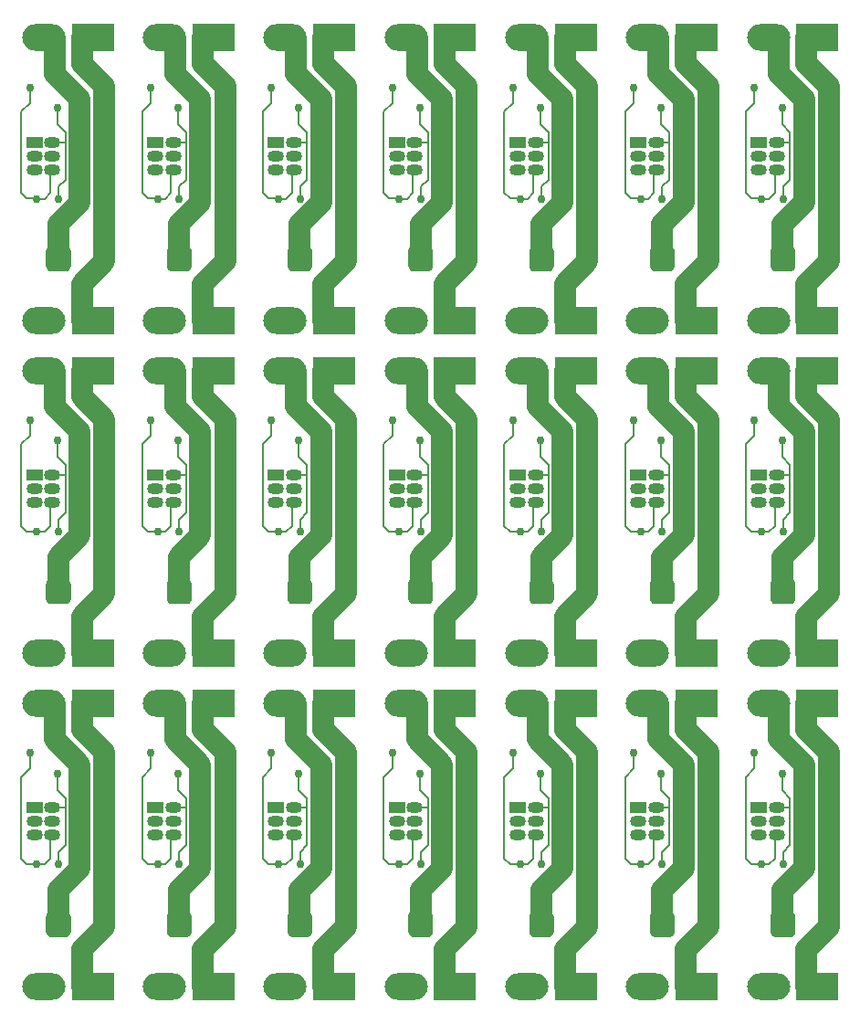
<source format=gbl>
G04 (created by PCBNEW (2013-08-09 BZR 4280)-product) date Sun 11 Aug 2013 03:04:53 PM CEST*
%MOIN*%
G04 Gerber Fmt 3.4, Leading zero omitted, Abs format*
%FSLAX34Y34*%
G01*
G70*
G90*
G04 APERTURE LIST*
%ADD10C,0.005906*%
%ADD11R,0.157480X0.098425*%
%ADD12O,0.157480X0.098425*%
%ADD13R,0.059055X0.041339*%
%ADD14O,0.059055X0.041339*%
%ADD15C,0.030000*%
%ADD16C,0.078740*%
%ADD17C,0.006000*%
%ADD18C,0.009843*%
G04 APERTURE END LIST*
G54D10*
G54D11*
X77980Y-69675D03*
G54D12*
X76192Y-69675D03*
G54D11*
X77980Y-59360D03*
G54D12*
X76192Y-59360D03*
G54D13*
X75852Y-63171D03*
G54D14*
X76509Y-63171D03*
X75852Y-63671D03*
X76509Y-63671D03*
X75852Y-64171D03*
X76509Y-64171D03*
G54D11*
X77980Y-57529D03*
G54D12*
X76192Y-57529D03*
G54D11*
X77980Y-47214D03*
G54D12*
X76192Y-47214D03*
G54D13*
X75852Y-51025D03*
G54D14*
X76509Y-51025D03*
X75852Y-51525D03*
X76509Y-51525D03*
X75852Y-52025D03*
X76509Y-52025D03*
G54D11*
X77980Y-45383D03*
G54D12*
X76192Y-45383D03*
G54D11*
X77980Y-35068D03*
G54D12*
X76192Y-35068D03*
G54D13*
X75852Y-38879D03*
G54D14*
X76509Y-38879D03*
X75852Y-39379D03*
X76509Y-39379D03*
X75852Y-39879D03*
X76509Y-39879D03*
G54D13*
X80261Y-38879D03*
G54D14*
X80919Y-38879D03*
X80261Y-39379D03*
X80919Y-39379D03*
X80261Y-39879D03*
X80919Y-39879D03*
G54D11*
X82389Y-35068D03*
G54D12*
X80602Y-35068D03*
G54D11*
X82389Y-45383D03*
G54D12*
X80602Y-45383D03*
G54D13*
X80261Y-51025D03*
G54D14*
X80919Y-51025D03*
X80261Y-51525D03*
X80919Y-51525D03*
X80261Y-52025D03*
X80919Y-52025D03*
G54D11*
X82389Y-47214D03*
G54D12*
X80602Y-47214D03*
G54D11*
X82389Y-57529D03*
G54D12*
X80602Y-57529D03*
G54D13*
X80261Y-63171D03*
G54D14*
X80919Y-63171D03*
X80261Y-63671D03*
X80919Y-63671D03*
X80261Y-64171D03*
X80919Y-64171D03*
G54D11*
X82389Y-59360D03*
G54D12*
X80602Y-59360D03*
G54D11*
X82389Y-69675D03*
G54D12*
X80602Y-69675D03*
G54D11*
X86799Y-69675D03*
G54D12*
X85011Y-69675D03*
G54D11*
X86799Y-59360D03*
G54D12*
X85011Y-59360D03*
G54D13*
X84671Y-63171D03*
G54D14*
X85328Y-63171D03*
X84671Y-63671D03*
X85328Y-63671D03*
X84671Y-64171D03*
X85328Y-64171D03*
G54D11*
X86799Y-57529D03*
G54D12*
X85011Y-57529D03*
G54D11*
X86799Y-47214D03*
G54D12*
X85011Y-47214D03*
G54D13*
X84671Y-51025D03*
G54D14*
X85328Y-51025D03*
X84671Y-51525D03*
X85328Y-51525D03*
X84671Y-52025D03*
X85328Y-52025D03*
G54D11*
X86799Y-45383D03*
G54D12*
X85011Y-45383D03*
G54D11*
X86799Y-35068D03*
G54D12*
X85011Y-35068D03*
G54D13*
X84671Y-38879D03*
G54D14*
X85328Y-38879D03*
X84671Y-39379D03*
X85328Y-39379D03*
X84671Y-39879D03*
X85328Y-39879D03*
G54D13*
X93490Y-38879D03*
G54D14*
X94147Y-38879D03*
X93490Y-39379D03*
X94147Y-39379D03*
X93490Y-39879D03*
X94147Y-39879D03*
G54D11*
X95618Y-35068D03*
G54D12*
X93830Y-35068D03*
G54D11*
X95618Y-45383D03*
G54D12*
X93830Y-45383D03*
G54D13*
X93490Y-51025D03*
G54D14*
X94147Y-51025D03*
X93490Y-51525D03*
X94147Y-51525D03*
X93490Y-52025D03*
X94147Y-52025D03*
G54D11*
X95618Y-47214D03*
G54D12*
X93830Y-47214D03*
G54D11*
X95618Y-57529D03*
G54D12*
X93830Y-57529D03*
G54D13*
X93490Y-63171D03*
G54D14*
X94147Y-63171D03*
X93490Y-63671D03*
X94147Y-63671D03*
X93490Y-64171D03*
X94147Y-64171D03*
G54D11*
X95618Y-59360D03*
G54D12*
X93830Y-59360D03*
G54D11*
X95618Y-69675D03*
G54D12*
X93830Y-69675D03*
G54D11*
X91208Y-69675D03*
G54D12*
X89421Y-69675D03*
G54D11*
X91208Y-59360D03*
G54D12*
X89421Y-59360D03*
G54D13*
X89080Y-63171D03*
G54D14*
X89738Y-63171D03*
X89080Y-63671D03*
X89738Y-63671D03*
X89080Y-64171D03*
X89738Y-64171D03*
G54D11*
X91208Y-57529D03*
G54D12*
X89421Y-57529D03*
G54D11*
X91208Y-47214D03*
G54D12*
X89421Y-47214D03*
G54D13*
X89080Y-51025D03*
G54D14*
X89738Y-51025D03*
X89080Y-51525D03*
X89738Y-51525D03*
X89080Y-52025D03*
X89738Y-52025D03*
G54D11*
X91208Y-45383D03*
G54D12*
X89421Y-45383D03*
G54D11*
X91208Y-35068D03*
G54D12*
X89421Y-35068D03*
G54D13*
X89080Y-38879D03*
G54D14*
X89738Y-38879D03*
X89080Y-39379D03*
X89738Y-39379D03*
X89080Y-39879D03*
X89738Y-39879D03*
G54D13*
X97899Y-38879D03*
G54D14*
X98557Y-38879D03*
X97899Y-39379D03*
X98557Y-39379D03*
X97899Y-39879D03*
X98557Y-39879D03*
G54D11*
X100027Y-35068D03*
G54D12*
X98240Y-35068D03*
G54D11*
X100027Y-45383D03*
G54D12*
X98240Y-45383D03*
G54D13*
X97899Y-51025D03*
G54D14*
X98557Y-51025D03*
X97899Y-51525D03*
X98557Y-51525D03*
X97899Y-52025D03*
X98557Y-52025D03*
G54D11*
X100027Y-47214D03*
G54D12*
X98240Y-47214D03*
G54D11*
X100027Y-57529D03*
G54D12*
X98240Y-57529D03*
G54D13*
X97899Y-63171D03*
G54D14*
X98557Y-63171D03*
X97899Y-63671D03*
X98557Y-63671D03*
X97899Y-64171D03*
X98557Y-64171D03*
G54D11*
X100027Y-59360D03*
G54D12*
X98240Y-59360D03*
G54D11*
X100027Y-69675D03*
G54D12*
X98240Y-69675D03*
G54D11*
X104437Y-69675D03*
G54D12*
X102649Y-69675D03*
G54D11*
X104437Y-59360D03*
G54D12*
X102649Y-59360D03*
G54D13*
X102309Y-63171D03*
G54D14*
X102966Y-63171D03*
X102309Y-63671D03*
X102966Y-63671D03*
X102309Y-64171D03*
X102966Y-64171D03*
G54D11*
X104437Y-57529D03*
G54D12*
X102649Y-57529D03*
G54D11*
X104437Y-47214D03*
G54D12*
X102649Y-47214D03*
G54D13*
X102309Y-51025D03*
G54D14*
X102966Y-51025D03*
X102309Y-51525D03*
X102966Y-51525D03*
X102309Y-52025D03*
X102966Y-52025D03*
G54D11*
X104437Y-45383D03*
G54D12*
X102649Y-45383D03*
G54D11*
X104437Y-35068D03*
G54D12*
X102649Y-35068D03*
G54D13*
X102309Y-38879D03*
G54D14*
X102966Y-38879D03*
X102309Y-39379D03*
X102966Y-39379D03*
X102309Y-39879D03*
X102966Y-39879D03*
G54D15*
X77677Y-60580D03*
X77677Y-48435D03*
X77677Y-36289D03*
X82086Y-36289D03*
X82086Y-48435D03*
X82086Y-60580D03*
X86496Y-60580D03*
X86496Y-48435D03*
X86496Y-36289D03*
X95314Y-36289D03*
X95314Y-48435D03*
X95314Y-60580D03*
X90905Y-60580D03*
X90905Y-48435D03*
X90905Y-36289D03*
X99724Y-36289D03*
X99724Y-48435D03*
X99724Y-60580D03*
X104133Y-60580D03*
X104133Y-48435D03*
X104133Y-36289D03*
X75688Y-61171D03*
X75944Y-65235D03*
X75688Y-49025D03*
X75944Y-53090D03*
X75688Y-36879D03*
X75944Y-40944D03*
X80354Y-40944D03*
X80098Y-36879D03*
X80354Y-53090D03*
X80098Y-49025D03*
X80354Y-65235D03*
X80098Y-61171D03*
X84507Y-61171D03*
X84763Y-65235D03*
X84507Y-49025D03*
X84763Y-53090D03*
X84507Y-36879D03*
X84763Y-40944D03*
X93582Y-40944D03*
X93326Y-36879D03*
X93582Y-53090D03*
X93326Y-49025D03*
X93582Y-65235D03*
X93326Y-61171D03*
X88917Y-61171D03*
X89172Y-65235D03*
X88917Y-49025D03*
X89172Y-53090D03*
X88917Y-36879D03*
X89172Y-40944D03*
X97991Y-40944D03*
X97736Y-36879D03*
X97991Y-53090D03*
X97736Y-49025D03*
X97991Y-65235D03*
X97736Y-61171D03*
X102145Y-61171D03*
X102401Y-65235D03*
X102145Y-49025D03*
X102401Y-53090D03*
X102145Y-36879D03*
X102401Y-40944D03*
X76417Y-67135D03*
X76712Y-67135D03*
X76417Y-67549D03*
X77007Y-67549D03*
X77007Y-67135D03*
X76417Y-54990D03*
X76712Y-54990D03*
X76417Y-55403D03*
X77007Y-55403D03*
X77007Y-54990D03*
X76417Y-42844D03*
X76712Y-42844D03*
X76417Y-43257D03*
X77007Y-43257D03*
X77007Y-42844D03*
X81417Y-42844D03*
X81417Y-43257D03*
X80826Y-43257D03*
X81122Y-42844D03*
X80826Y-42844D03*
X81417Y-54990D03*
X81417Y-55403D03*
X80826Y-55403D03*
X81122Y-54990D03*
X80826Y-54990D03*
X81417Y-67135D03*
X81417Y-67549D03*
X80826Y-67549D03*
X81122Y-67135D03*
X80826Y-67135D03*
X85236Y-67135D03*
X85531Y-67135D03*
X85236Y-67549D03*
X85826Y-67549D03*
X85826Y-67135D03*
X85236Y-54990D03*
X85531Y-54990D03*
X85236Y-55403D03*
X85826Y-55403D03*
X85826Y-54990D03*
X85236Y-42844D03*
X85531Y-42844D03*
X85236Y-43257D03*
X85826Y-43257D03*
X85826Y-42844D03*
X94645Y-42844D03*
X94645Y-43257D03*
X94055Y-43257D03*
X94350Y-42844D03*
X94055Y-42844D03*
X94645Y-54990D03*
X94645Y-55403D03*
X94055Y-55403D03*
X94350Y-54990D03*
X94055Y-54990D03*
X94645Y-67135D03*
X94645Y-67549D03*
X94055Y-67549D03*
X94350Y-67135D03*
X94055Y-67135D03*
X89645Y-67135D03*
X89940Y-67135D03*
X89645Y-67549D03*
X90236Y-67549D03*
X90236Y-67135D03*
X89645Y-54990D03*
X89940Y-54990D03*
X89645Y-55403D03*
X90236Y-55403D03*
X90236Y-54990D03*
X89645Y-42844D03*
X89940Y-42844D03*
X89645Y-43257D03*
X90236Y-43257D03*
X90236Y-42844D03*
X99055Y-42844D03*
X99055Y-43257D03*
X98464Y-43257D03*
X98759Y-42844D03*
X98464Y-42844D03*
X99055Y-54990D03*
X99055Y-55403D03*
X98464Y-55403D03*
X98759Y-54990D03*
X98464Y-54990D03*
X99055Y-67135D03*
X99055Y-67549D03*
X98464Y-67549D03*
X98759Y-67135D03*
X98464Y-67135D03*
X102874Y-67135D03*
X103169Y-67135D03*
X102874Y-67549D03*
X103464Y-67549D03*
X103464Y-67135D03*
X102874Y-54990D03*
X103169Y-54990D03*
X102874Y-55403D03*
X103464Y-55403D03*
X103464Y-54990D03*
X102874Y-42844D03*
X103169Y-42844D03*
X102874Y-43257D03*
X103464Y-43257D03*
X103464Y-42844D03*
X76732Y-65235D03*
X76692Y-61919D03*
X76732Y-53090D03*
X76692Y-49773D03*
X76732Y-40944D03*
X76692Y-37627D03*
X81102Y-37627D03*
X81142Y-40944D03*
X81102Y-49773D03*
X81142Y-53090D03*
X81102Y-61919D03*
X81142Y-65235D03*
X85551Y-65235D03*
X85511Y-61919D03*
X85551Y-53090D03*
X85511Y-49773D03*
X85551Y-40944D03*
X85511Y-37627D03*
X94330Y-37627D03*
X94370Y-40944D03*
X94330Y-49773D03*
X94370Y-53090D03*
X94330Y-61919D03*
X94370Y-65235D03*
X89960Y-65235D03*
X89921Y-61919D03*
X89960Y-53090D03*
X89921Y-49773D03*
X89960Y-40944D03*
X89921Y-37627D03*
X98740Y-37627D03*
X98779Y-40944D03*
X98740Y-49773D03*
X98779Y-53090D03*
X98740Y-61919D03*
X98779Y-65235D03*
X103189Y-65235D03*
X103149Y-61919D03*
X103189Y-53090D03*
X103149Y-49773D03*
X103189Y-40944D03*
X103149Y-37627D03*
G54D16*
X78405Y-61131D02*
X77586Y-60312D01*
X77586Y-60312D02*
X77586Y-59360D01*
X77586Y-68336D02*
X78405Y-67517D01*
X77586Y-69675D02*
X77586Y-68336D01*
X78405Y-67517D02*
X78405Y-61131D01*
G54D17*
X77586Y-60490D02*
X77677Y-60580D01*
X77586Y-59360D02*
X77586Y-60490D01*
G54D16*
X78405Y-48986D02*
X77586Y-48167D01*
X77586Y-48167D02*
X77586Y-47214D01*
X77586Y-56190D02*
X78405Y-55372D01*
X77586Y-57529D02*
X77586Y-56190D01*
X78405Y-55372D02*
X78405Y-48986D01*
G54D17*
X77586Y-48344D02*
X77677Y-48435D01*
X77586Y-47214D02*
X77586Y-48344D01*
G54D16*
X78405Y-36840D02*
X77586Y-36021D01*
X77586Y-36021D02*
X77586Y-35068D01*
X77586Y-44045D02*
X78405Y-43226D01*
X77586Y-45383D02*
X77586Y-44045D01*
X78405Y-43226D02*
X78405Y-36840D01*
G54D17*
X77586Y-36198D02*
X77677Y-36289D01*
X77586Y-35068D02*
X77586Y-36198D01*
X81996Y-35068D02*
X81996Y-36198D01*
X81996Y-36198D02*
X82086Y-36289D01*
G54D16*
X82814Y-43226D02*
X82814Y-36840D01*
X81996Y-45383D02*
X81996Y-44045D01*
X81996Y-44045D02*
X82814Y-43226D01*
X81996Y-36021D02*
X81996Y-35068D01*
X82814Y-36840D02*
X81996Y-36021D01*
G54D17*
X81996Y-47214D02*
X81996Y-48344D01*
X81996Y-48344D02*
X82086Y-48435D01*
G54D16*
X82814Y-55372D02*
X82814Y-48986D01*
X81996Y-57529D02*
X81996Y-56190D01*
X81996Y-56190D02*
X82814Y-55372D01*
X81996Y-48167D02*
X81996Y-47214D01*
X82814Y-48986D02*
X81996Y-48167D01*
G54D17*
X81996Y-59360D02*
X81996Y-60490D01*
X81996Y-60490D02*
X82086Y-60580D01*
G54D16*
X82814Y-67517D02*
X82814Y-61131D01*
X81996Y-69675D02*
X81996Y-68336D01*
X81996Y-68336D02*
X82814Y-67517D01*
X81996Y-60312D02*
X81996Y-59360D01*
X82814Y-61131D02*
X81996Y-60312D01*
X87224Y-61131D02*
X86405Y-60312D01*
X86405Y-60312D02*
X86405Y-59360D01*
X86405Y-68336D02*
X87224Y-67517D01*
X86405Y-69675D02*
X86405Y-68336D01*
X87224Y-67517D02*
X87224Y-61131D01*
G54D17*
X86405Y-60490D02*
X86496Y-60580D01*
X86405Y-59360D02*
X86405Y-60490D01*
G54D16*
X87224Y-48986D02*
X86405Y-48167D01*
X86405Y-48167D02*
X86405Y-47214D01*
X86405Y-56190D02*
X87224Y-55372D01*
X86405Y-57529D02*
X86405Y-56190D01*
X87224Y-55372D02*
X87224Y-48986D01*
G54D17*
X86405Y-48344D02*
X86496Y-48435D01*
X86405Y-47214D02*
X86405Y-48344D01*
G54D16*
X87224Y-36840D02*
X86405Y-36021D01*
X86405Y-36021D02*
X86405Y-35068D01*
X86405Y-44045D02*
X87224Y-43226D01*
X86405Y-45383D02*
X86405Y-44045D01*
X87224Y-43226D02*
X87224Y-36840D01*
G54D17*
X86405Y-36198D02*
X86496Y-36289D01*
X86405Y-35068D02*
X86405Y-36198D01*
X95224Y-35068D02*
X95224Y-36198D01*
X95224Y-36198D02*
X95314Y-36289D01*
G54D16*
X96043Y-43226D02*
X96043Y-36840D01*
X95224Y-45383D02*
X95224Y-44045D01*
X95224Y-44045D02*
X96043Y-43226D01*
X95224Y-36021D02*
X95224Y-35068D01*
X96043Y-36840D02*
X95224Y-36021D01*
G54D17*
X95224Y-47214D02*
X95224Y-48344D01*
X95224Y-48344D02*
X95314Y-48435D01*
G54D16*
X96043Y-55372D02*
X96043Y-48986D01*
X95224Y-57529D02*
X95224Y-56190D01*
X95224Y-56190D02*
X96043Y-55372D01*
X95224Y-48167D02*
X95224Y-47214D01*
X96043Y-48986D02*
X95224Y-48167D01*
G54D17*
X95224Y-59360D02*
X95224Y-60490D01*
X95224Y-60490D02*
X95314Y-60580D01*
G54D16*
X96043Y-67517D02*
X96043Y-61131D01*
X95224Y-69675D02*
X95224Y-68336D01*
X95224Y-68336D02*
X96043Y-67517D01*
X95224Y-60312D02*
X95224Y-59360D01*
X96043Y-61131D02*
X95224Y-60312D01*
X91633Y-61131D02*
X90814Y-60312D01*
X90814Y-60312D02*
X90814Y-59360D01*
X90814Y-68336D02*
X91633Y-67517D01*
X90814Y-69675D02*
X90814Y-68336D01*
X91633Y-67517D02*
X91633Y-61131D01*
G54D17*
X90814Y-60490D02*
X90905Y-60580D01*
X90814Y-59360D02*
X90814Y-60490D01*
G54D16*
X91633Y-48986D02*
X90814Y-48167D01*
X90814Y-48167D02*
X90814Y-47214D01*
X90814Y-56190D02*
X91633Y-55372D01*
X90814Y-57529D02*
X90814Y-56190D01*
X91633Y-55372D02*
X91633Y-48986D01*
G54D17*
X90814Y-48344D02*
X90905Y-48435D01*
X90814Y-47214D02*
X90814Y-48344D01*
G54D16*
X91633Y-36840D02*
X90814Y-36021D01*
X90814Y-36021D02*
X90814Y-35068D01*
X90814Y-44045D02*
X91633Y-43226D01*
X90814Y-45383D02*
X90814Y-44045D01*
X91633Y-43226D02*
X91633Y-36840D01*
G54D17*
X90814Y-36198D02*
X90905Y-36289D01*
X90814Y-35068D02*
X90814Y-36198D01*
X99633Y-35068D02*
X99633Y-36198D01*
X99633Y-36198D02*
X99724Y-36289D01*
G54D16*
X100452Y-43226D02*
X100452Y-36840D01*
X99633Y-45383D02*
X99633Y-44045D01*
X99633Y-44045D02*
X100452Y-43226D01*
X99633Y-36021D02*
X99633Y-35068D01*
X100452Y-36840D02*
X99633Y-36021D01*
G54D17*
X99633Y-47214D02*
X99633Y-48344D01*
X99633Y-48344D02*
X99724Y-48435D01*
G54D16*
X100452Y-55372D02*
X100452Y-48986D01*
X99633Y-57529D02*
X99633Y-56190D01*
X99633Y-56190D02*
X100452Y-55372D01*
X99633Y-48167D02*
X99633Y-47214D01*
X100452Y-48986D02*
X99633Y-48167D01*
G54D17*
X99633Y-59360D02*
X99633Y-60490D01*
X99633Y-60490D02*
X99724Y-60580D01*
G54D16*
X100452Y-67517D02*
X100452Y-61131D01*
X99633Y-69675D02*
X99633Y-68336D01*
X99633Y-68336D02*
X100452Y-67517D01*
X99633Y-60312D02*
X99633Y-59360D01*
X100452Y-61131D02*
X99633Y-60312D01*
X104862Y-61131D02*
X104043Y-60312D01*
X104043Y-60312D02*
X104043Y-59360D01*
X104043Y-68336D02*
X104862Y-67517D01*
X104043Y-69675D02*
X104043Y-68336D01*
X104862Y-67517D02*
X104862Y-61131D01*
G54D17*
X104043Y-60490D02*
X104133Y-60580D01*
X104043Y-59360D02*
X104043Y-60490D01*
G54D16*
X104862Y-48986D02*
X104043Y-48167D01*
X104043Y-48167D02*
X104043Y-47214D01*
X104043Y-56190D02*
X104862Y-55372D01*
X104043Y-57529D02*
X104043Y-56190D01*
X104862Y-55372D02*
X104862Y-48986D01*
G54D17*
X104043Y-48344D02*
X104133Y-48435D01*
X104043Y-47214D02*
X104043Y-48344D01*
G54D16*
X104862Y-36840D02*
X104043Y-36021D01*
X104043Y-36021D02*
X104043Y-35068D01*
X104043Y-44045D02*
X104862Y-43226D01*
X104043Y-45383D02*
X104043Y-44045D01*
X104862Y-43226D02*
X104862Y-36840D01*
G54D17*
X104043Y-36198D02*
X104133Y-36289D01*
X104043Y-35068D02*
X104043Y-36198D01*
X75944Y-65235D02*
X75935Y-65226D01*
X75935Y-65226D02*
X75578Y-65226D01*
X75374Y-65021D02*
X75374Y-62049D01*
X75578Y-65226D02*
X75374Y-65021D01*
X75688Y-61734D02*
X75688Y-61171D01*
X75374Y-62049D02*
X75688Y-61734D01*
X76218Y-65235D02*
X76431Y-65023D01*
X76431Y-65023D02*
X76431Y-64171D01*
X75944Y-65235D02*
X76218Y-65235D01*
X75944Y-53090D02*
X75935Y-53080D01*
X75935Y-53080D02*
X75578Y-53080D01*
X75374Y-52875D02*
X75374Y-49903D01*
X75578Y-53080D02*
X75374Y-52875D01*
X75688Y-49588D02*
X75688Y-49025D01*
X75374Y-49903D02*
X75688Y-49588D01*
X76218Y-53090D02*
X76431Y-52877D01*
X76431Y-52877D02*
X76431Y-52025D01*
X75944Y-53090D02*
X76218Y-53090D01*
X75944Y-40944D02*
X75935Y-40935D01*
X75935Y-40935D02*
X75578Y-40935D01*
X75374Y-40730D02*
X75374Y-37757D01*
X75578Y-40935D02*
X75374Y-40730D01*
X75688Y-37442D02*
X75688Y-36879D01*
X75374Y-37757D02*
X75688Y-37442D01*
X76218Y-40944D02*
X76431Y-40732D01*
X76431Y-40732D02*
X76431Y-39879D01*
X75944Y-40944D02*
X76218Y-40944D01*
X80354Y-40944D02*
X80628Y-40944D01*
X80840Y-40732D02*
X80840Y-39879D01*
X80628Y-40944D02*
X80840Y-40732D01*
X79783Y-37757D02*
X80098Y-37442D01*
X80098Y-37442D02*
X80098Y-36879D01*
X79988Y-40935D02*
X79783Y-40730D01*
X79783Y-40730D02*
X79783Y-37757D01*
X80344Y-40935D02*
X79988Y-40935D01*
X80354Y-40944D02*
X80344Y-40935D01*
X80354Y-53090D02*
X80628Y-53090D01*
X80840Y-52877D02*
X80840Y-52025D01*
X80628Y-53090D02*
X80840Y-52877D01*
X79783Y-49903D02*
X80098Y-49588D01*
X80098Y-49588D02*
X80098Y-49025D01*
X79988Y-53080D02*
X79783Y-52875D01*
X79783Y-52875D02*
X79783Y-49903D01*
X80344Y-53080D02*
X79988Y-53080D01*
X80354Y-53090D02*
X80344Y-53080D01*
X80354Y-65235D02*
X80628Y-65235D01*
X80840Y-65023D02*
X80840Y-64171D01*
X80628Y-65235D02*
X80840Y-65023D01*
X79783Y-62049D02*
X80098Y-61734D01*
X80098Y-61734D02*
X80098Y-61171D01*
X79988Y-65226D02*
X79783Y-65021D01*
X79783Y-65021D02*
X79783Y-62049D01*
X80344Y-65226D02*
X79988Y-65226D01*
X80354Y-65235D02*
X80344Y-65226D01*
X84763Y-65235D02*
X84753Y-65226D01*
X84753Y-65226D02*
X84397Y-65226D01*
X84192Y-65021D02*
X84192Y-62049D01*
X84397Y-65226D02*
X84192Y-65021D01*
X84507Y-61734D02*
X84507Y-61171D01*
X84192Y-62049D02*
X84507Y-61734D01*
X85037Y-65235D02*
X85250Y-65023D01*
X85250Y-65023D02*
X85250Y-64171D01*
X84763Y-65235D02*
X85037Y-65235D01*
X84763Y-53090D02*
X84753Y-53080D01*
X84753Y-53080D02*
X84397Y-53080D01*
X84192Y-52875D02*
X84192Y-49903D01*
X84397Y-53080D02*
X84192Y-52875D01*
X84507Y-49588D02*
X84507Y-49025D01*
X84192Y-49903D02*
X84507Y-49588D01*
X85037Y-53090D02*
X85250Y-52877D01*
X85250Y-52877D02*
X85250Y-52025D01*
X84763Y-53090D02*
X85037Y-53090D01*
X84763Y-40944D02*
X84753Y-40935D01*
X84753Y-40935D02*
X84397Y-40935D01*
X84192Y-40730D02*
X84192Y-37757D01*
X84397Y-40935D02*
X84192Y-40730D01*
X84507Y-37442D02*
X84507Y-36879D01*
X84192Y-37757D02*
X84507Y-37442D01*
X85037Y-40944D02*
X85250Y-40732D01*
X85250Y-40732D02*
X85250Y-39879D01*
X84763Y-40944D02*
X85037Y-40944D01*
X93582Y-40944D02*
X93856Y-40944D01*
X94068Y-40732D02*
X94068Y-39879D01*
X93856Y-40944D02*
X94068Y-40732D01*
X93011Y-37757D02*
X93326Y-37442D01*
X93326Y-37442D02*
X93326Y-36879D01*
X93216Y-40935D02*
X93011Y-40730D01*
X93011Y-40730D02*
X93011Y-37757D01*
X93572Y-40935D02*
X93216Y-40935D01*
X93582Y-40944D02*
X93572Y-40935D01*
X93582Y-53090D02*
X93856Y-53090D01*
X94068Y-52877D02*
X94068Y-52025D01*
X93856Y-53090D02*
X94068Y-52877D01*
X93011Y-49903D02*
X93326Y-49588D01*
X93326Y-49588D02*
X93326Y-49025D01*
X93216Y-53080D02*
X93011Y-52875D01*
X93011Y-52875D02*
X93011Y-49903D01*
X93572Y-53080D02*
X93216Y-53080D01*
X93582Y-53090D02*
X93572Y-53080D01*
X93582Y-65235D02*
X93856Y-65235D01*
X94068Y-65023D02*
X94068Y-64171D01*
X93856Y-65235D02*
X94068Y-65023D01*
X93011Y-62049D02*
X93326Y-61734D01*
X93326Y-61734D02*
X93326Y-61171D01*
X93216Y-65226D02*
X93011Y-65021D01*
X93011Y-65021D02*
X93011Y-62049D01*
X93572Y-65226D02*
X93216Y-65226D01*
X93582Y-65235D02*
X93572Y-65226D01*
X89172Y-65235D02*
X89163Y-65226D01*
X89163Y-65226D02*
X88807Y-65226D01*
X88602Y-65021D02*
X88602Y-62049D01*
X88807Y-65226D02*
X88602Y-65021D01*
X88917Y-61734D02*
X88917Y-61171D01*
X88602Y-62049D02*
X88917Y-61734D01*
X89447Y-65235D02*
X89659Y-65023D01*
X89659Y-65023D02*
X89659Y-64171D01*
X89172Y-65235D02*
X89447Y-65235D01*
X89172Y-53090D02*
X89163Y-53080D01*
X89163Y-53080D02*
X88807Y-53080D01*
X88602Y-52875D02*
X88602Y-49903D01*
X88807Y-53080D02*
X88602Y-52875D01*
X88917Y-49588D02*
X88917Y-49025D01*
X88602Y-49903D02*
X88917Y-49588D01*
X89447Y-53090D02*
X89659Y-52877D01*
X89659Y-52877D02*
X89659Y-52025D01*
X89172Y-53090D02*
X89447Y-53090D01*
X89172Y-40944D02*
X89163Y-40935D01*
X89163Y-40935D02*
X88807Y-40935D01*
X88602Y-40730D02*
X88602Y-37757D01*
X88807Y-40935D02*
X88602Y-40730D01*
X88917Y-37442D02*
X88917Y-36879D01*
X88602Y-37757D02*
X88917Y-37442D01*
X89447Y-40944D02*
X89659Y-40732D01*
X89659Y-40732D02*
X89659Y-39879D01*
X89172Y-40944D02*
X89447Y-40944D01*
X97991Y-40944D02*
X98266Y-40944D01*
X98478Y-40732D02*
X98478Y-39879D01*
X98266Y-40944D02*
X98478Y-40732D01*
X97421Y-37757D02*
X97736Y-37442D01*
X97736Y-37442D02*
X97736Y-36879D01*
X97625Y-40935D02*
X97421Y-40730D01*
X97421Y-40730D02*
X97421Y-37757D01*
X97982Y-40935D02*
X97625Y-40935D01*
X97991Y-40944D02*
X97982Y-40935D01*
X97991Y-53090D02*
X98266Y-53090D01*
X98478Y-52877D02*
X98478Y-52025D01*
X98266Y-53090D02*
X98478Y-52877D01*
X97421Y-49903D02*
X97736Y-49588D01*
X97736Y-49588D02*
X97736Y-49025D01*
X97625Y-53080D02*
X97421Y-52875D01*
X97421Y-52875D02*
X97421Y-49903D01*
X97982Y-53080D02*
X97625Y-53080D01*
X97991Y-53090D02*
X97982Y-53080D01*
X97991Y-65235D02*
X98266Y-65235D01*
X98478Y-65023D02*
X98478Y-64171D01*
X98266Y-65235D02*
X98478Y-65023D01*
X97421Y-62049D02*
X97736Y-61734D01*
X97736Y-61734D02*
X97736Y-61171D01*
X97625Y-65226D02*
X97421Y-65021D01*
X97421Y-65021D02*
X97421Y-62049D01*
X97982Y-65226D02*
X97625Y-65226D01*
X97991Y-65235D02*
X97982Y-65226D01*
X102401Y-65235D02*
X102391Y-65226D01*
X102391Y-65226D02*
X102035Y-65226D01*
X101830Y-65021D02*
X101830Y-62049D01*
X102035Y-65226D02*
X101830Y-65021D01*
X102145Y-61734D02*
X102145Y-61171D01*
X101830Y-62049D02*
X102145Y-61734D01*
X102675Y-65235D02*
X102887Y-65023D01*
X102887Y-65023D02*
X102887Y-64171D01*
X102401Y-65235D02*
X102675Y-65235D01*
X102401Y-53090D02*
X102391Y-53080D01*
X102391Y-53080D02*
X102035Y-53080D01*
X101830Y-52875D02*
X101830Y-49903D01*
X102035Y-53080D02*
X101830Y-52875D01*
X102145Y-49588D02*
X102145Y-49025D01*
X101830Y-49903D02*
X102145Y-49588D01*
X102675Y-53090D02*
X102887Y-52877D01*
X102887Y-52877D02*
X102887Y-52025D01*
X102401Y-53090D02*
X102675Y-53090D01*
X102401Y-40944D02*
X102391Y-40935D01*
X102391Y-40935D02*
X102035Y-40935D01*
X101830Y-40730D02*
X101830Y-37757D01*
X102035Y-40935D02*
X101830Y-40730D01*
X102145Y-37442D02*
X102145Y-36879D01*
X101830Y-37757D02*
X102145Y-37442D01*
X102675Y-40944D02*
X102887Y-40732D01*
X102887Y-40732D02*
X102887Y-39879D01*
X102401Y-40944D02*
X102675Y-40944D01*
G54D16*
X76720Y-66163D02*
X77500Y-65383D01*
X77500Y-61584D02*
X76586Y-60671D01*
X76586Y-60671D02*
X76586Y-59360D01*
X77500Y-65383D02*
X77500Y-61584D01*
G54D17*
X76712Y-67135D02*
X76417Y-67135D01*
X76417Y-67135D02*
X76417Y-67549D01*
G54D16*
X76720Y-67127D02*
X76712Y-67135D01*
X76720Y-66163D02*
X76720Y-67127D01*
G54D17*
X77007Y-67135D02*
X77007Y-67549D01*
G54D16*
X76720Y-54017D02*
X77500Y-53238D01*
X77500Y-49438D02*
X76586Y-48525D01*
X76586Y-48525D02*
X76586Y-47214D01*
X77500Y-53238D02*
X77500Y-49438D01*
G54D17*
X76712Y-54990D02*
X76417Y-54990D01*
X76417Y-54990D02*
X76417Y-55403D01*
G54D16*
X76720Y-54982D02*
X76712Y-54990D01*
X76720Y-54017D02*
X76720Y-54982D01*
G54D17*
X77007Y-54990D02*
X77007Y-55403D01*
G54D16*
X76720Y-41872D02*
X77500Y-41092D01*
X77500Y-37293D02*
X76586Y-36379D01*
X76586Y-36379D02*
X76586Y-35068D01*
X77500Y-41092D02*
X77500Y-37293D01*
G54D17*
X76712Y-42844D02*
X76417Y-42844D01*
X76417Y-42844D02*
X76417Y-43257D01*
G54D16*
X76720Y-42836D02*
X76712Y-42844D01*
X76720Y-41872D02*
X76720Y-42836D01*
G54D17*
X77007Y-42844D02*
X77007Y-43257D01*
X81417Y-42844D02*
X81417Y-43257D01*
G54D16*
X81129Y-41872D02*
X81129Y-42836D01*
X81129Y-42836D02*
X81122Y-42844D01*
G54D17*
X80826Y-42844D02*
X80826Y-43257D01*
X81122Y-42844D02*
X80826Y-42844D01*
G54D16*
X81909Y-41092D02*
X81909Y-37293D01*
X80996Y-36379D02*
X80996Y-35068D01*
X81909Y-37293D02*
X80996Y-36379D01*
X81129Y-41872D02*
X81909Y-41092D01*
G54D17*
X81417Y-54990D02*
X81417Y-55403D01*
G54D16*
X81129Y-54017D02*
X81129Y-54982D01*
X81129Y-54982D02*
X81122Y-54990D01*
G54D17*
X80826Y-54990D02*
X80826Y-55403D01*
X81122Y-54990D02*
X80826Y-54990D01*
G54D16*
X81909Y-53238D02*
X81909Y-49438D01*
X80996Y-48525D02*
X80996Y-47214D01*
X81909Y-49438D02*
X80996Y-48525D01*
X81129Y-54017D02*
X81909Y-53238D01*
G54D17*
X81417Y-67135D02*
X81417Y-67549D01*
G54D16*
X81129Y-66163D02*
X81129Y-67127D01*
X81129Y-67127D02*
X81122Y-67135D01*
G54D17*
X80826Y-67135D02*
X80826Y-67549D01*
X81122Y-67135D02*
X80826Y-67135D01*
G54D16*
X81909Y-65383D02*
X81909Y-61584D01*
X80996Y-60671D02*
X80996Y-59360D01*
X81909Y-61584D02*
X80996Y-60671D01*
X81129Y-66163D02*
X81909Y-65383D01*
X85539Y-66163D02*
X86318Y-65383D01*
X86318Y-61584D02*
X85405Y-60671D01*
X85405Y-60671D02*
X85405Y-59360D01*
X86318Y-65383D02*
X86318Y-61584D01*
G54D17*
X85531Y-67135D02*
X85236Y-67135D01*
X85236Y-67135D02*
X85236Y-67549D01*
G54D16*
X85539Y-67127D02*
X85531Y-67135D01*
X85539Y-66163D02*
X85539Y-67127D01*
G54D17*
X85826Y-67135D02*
X85826Y-67549D01*
G54D16*
X85539Y-54017D02*
X86318Y-53238D01*
X86318Y-49438D02*
X85405Y-48525D01*
X85405Y-48525D02*
X85405Y-47214D01*
X86318Y-53238D02*
X86318Y-49438D01*
G54D17*
X85531Y-54990D02*
X85236Y-54990D01*
X85236Y-54990D02*
X85236Y-55403D01*
G54D16*
X85539Y-54982D02*
X85531Y-54990D01*
X85539Y-54017D02*
X85539Y-54982D01*
G54D17*
X85826Y-54990D02*
X85826Y-55403D01*
G54D16*
X85539Y-41872D02*
X86318Y-41092D01*
X86318Y-37293D02*
X85405Y-36379D01*
X85405Y-36379D02*
X85405Y-35068D01*
X86318Y-41092D02*
X86318Y-37293D01*
G54D17*
X85531Y-42844D02*
X85236Y-42844D01*
X85236Y-42844D02*
X85236Y-43257D01*
G54D16*
X85539Y-42836D02*
X85531Y-42844D01*
X85539Y-41872D02*
X85539Y-42836D01*
G54D17*
X85826Y-42844D02*
X85826Y-43257D01*
X94645Y-42844D02*
X94645Y-43257D01*
G54D16*
X94358Y-41872D02*
X94358Y-42836D01*
X94358Y-42836D02*
X94350Y-42844D01*
G54D17*
X94055Y-42844D02*
X94055Y-43257D01*
X94350Y-42844D02*
X94055Y-42844D01*
G54D16*
X95137Y-41092D02*
X95137Y-37293D01*
X94224Y-36379D02*
X94224Y-35068D01*
X95137Y-37293D02*
X94224Y-36379D01*
X94358Y-41872D02*
X95137Y-41092D01*
G54D17*
X94645Y-54990D02*
X94645Y-55403D01*
G54D16*
X94358Y-54017D02*
X94358Y-54982D01*
X94358Y-54982D02*
X94350Y-54990D01*
G54D17*
X94055Y-54990D02*
X94055Y-55403D01*
X94350Y-54990D02*
X94055Y-54990D01*
G54D16*
X95137Y-53238D02*
X95137Y-49438D01*
X94224Y-48525D02*
X94224Y-47214D01*
X95137Y-49438D02*
X94224Y-48525D01*
X94358Y-54017D02*
X95137Y-53238D01*
G54D17*
X94645Y-67135D02*
X94645Y-67549D01*
G54D16*
X94358Y-66163D02*
X94358Y-67127D01*
X94358Y-67127D02*
X94350Y-67135D01*
G54D17*
X94055Y-67135D02*
X94055Y-67549D01*
X94350Y-67135D02*
X94055Y-67135D01*
G54D16*
X95137Y-65383D02*
X95137Y-61584D01*
X94224Y-60671D02*
X94224Y-59360D01*
X95137Y-61584D02*
X94224Y-60671D01*
X94358Y-66163D02*
X95137Y-65383D01*
X89948Y-66163D02*
X90728Y-65383D01*
X90728Y-61584D02*
X89814Y-60671D01*
X89814Y-60671D02*
X89814Y-59360D01*
X90728Y-65383D02*
X90728Y-61584D01*
G54D17*
X89940Y-67135D02*
X89645Y-67135D01*
X89645Y-67135D02*
X89645Y-67549D01*
G54D16*
X89948Y-67127D02*
X89940Y-67135D01*
X89948Y-66163D02*
X89948Y-67127D01*
G54D17*
X90236Y-67135D02*
X90236Y-67549D01*
G54D16*
X89948Y-54017D02*
X90728Y-53238D01*
X90728Y-49438D02*
X89814Y-48525D01*
X89814Y-48525D02*
X89814Y-47214D01*
X90728Y-53238D02*
X90728Y-49438D01*
G54D17*
X89940Y-54990D02*
X89645Y-54990D01*
X89645Y-54990D02*
X89645Y-55403D01*
G54D16*
X89948Y-54982D02*
X89940Y-54990D01*
X89948Y-54017D02*
X89948Y-54982D01*
G54D17*
X90236Y-54990D02*
X90236Y-55403D01*
G54D16*
X89948Y-41872D02*
X90728Y-41092D01*
X90728Y-37293D02*
X89814Y-36379D01*
X89814Y-36379D02*
X89814Y-35068D01*
X90728Y-41092D02*
X90728Y-37293D01*
G54D17*
X89940Y-42844D02*
X89645Y-42844D01*
X89645Y-42844D02*
X89645Y-43257D01*
G54D16*
X89948Y-42836D02*
X89940Y-42844D01*
X89948Y-41872D02*
X89948Y-42836D01*
G54D17*
X90236Y-42844D02*
X90236Y-43257D01*
X99055Y-42844D02*
X99055Y-43257D01*
G54D16*
X98767Y-41872D02*
X98767Y-42836D01*
X98767Y-42836D02*
X98759Y-42844D01*
G54D17*
X98464Y-42844D02*
X98464Y-43257D01*
X98759Y-42844D02*
X98464Y-42844D01*
G54D16*
X99547Y-41092D02*
X99547Y-37293D01*
X98633Y-36379D02*
X98633Y-35068D01*
X99547Y-37293D02*
X98633Y-36379D01*
X98767Y-41872D02*
X99547Y-41092D01*
G54D17*
X99055Y-54990D02*
X99055Y-55403D01*
G54D16*
X98767Y-54017D02*
X98767Y-54982D01*
X98767Y-54982D02*
X98759Y-54990D01*
G54D17*
X98464Y-54990D02*
X98464Y-55403D01*
X98759Y-54990D02*
X98464Y-54990D01*
G54D16*
X99547Y-53238D02*
X99547Y-49438D01*
X98633Y-48525D02*
X98633Y-47214D01*
X99547Y-49438D02*
X98633Y-48525D01*
X98767Y-54017D02*
X99547Y-53238D01*
G54D17*
X99055Y-67135D02*
X99055Y-67549D01*
G54D16*
X98767Y-66163D02*
X98767Y-67127D01*
X98767Y-67127D02*
X98759Y-67135D01*
G54D17*
X98464Y-67135D02*
X98464Y-67549D01*
X98759Y-67135D02*
X98464Y-67135D01*
G54D16*
X99547Y-65383D02*
X99547Y-61584D01*
X98633Y-60671D02*
X98633Y-59360D01*
X99547Y-61584D02*
X98633Y-60671D01*
X98767Y-66163D02*
X99547Y-65383D01*
X103177Y-66163D02*
X103956Y-65383D01*
X103956Y-61584D02*
X103043Y-60671D01*
X103043Y-60671D02*
X103043Y-59360D01*
X103956Y-65383D02*
X103956Y-61584D01*
G54D17*
X103169Y-67135D02*
X102874Y-67135D01*
X102874Y-67135D02*
X102874Y-67549D01*
G54D16*
X103177Y-67127D02*
X103169Y-67135D01*
X103177Y-66163D02*
X103177Y-67127D01*
G54D17*
X103464Y-67135D02*
X103464Y-67549D01*
G54D16*
X103177Y-54017D02*
X103956Y-53238D01*
X103956Y-49438D02*
X103043Y-48525D01*
X103043Y-48525D02*
X103043Y-47214D01*
X103956Y-53238D02*
X103956Y-49438D01*
G54D17*
X103169Y-54990D02*
X102874Y-54990D01*
X102874Y-54990D02*
X102874Y-55403D01*
G54D16*
X103177Y-54982D02*
X103169Y-54990D01*
X103177Y-54017D02*
X103177Y-54982D01*
G54D17*
X103464Y-54990D02*
X103464Y-55403D01*
G54D16*
X103177Y-41872D02*
X103956Y-41092D01*
X103956Y-37293D02*
X103043Y-36379D01*
X103043Y-36379D02*
X103043Y-35068D01*
X103956Y-41092D02*
X103956Y-37293D01*
G54D17*
X103169Y-42844D02*
X102874Y-42844D01*
X102874Y-42844D02*
X102874Y-43257D01*
G54D16*
X103177Y-42836D02*
X103169Y-42844D01*
X103177Y-41872D02*
X103177Y-42836D01*
G54D17*
X103464Y-42844D02*
X103464Y-43257D01*
X76732Y-64791D02*
X76987Y-64536D01*
X76732Y-65235D02*
X76732Y-64791D01*
X76692Y-62517D02*
X76692Y-61919D01*
X76987Y-62812D02*
X76692Y-62517D01*
X76987Y-63171D02*
X76987Y-62812D01*
X76987Y-64536D02*
X76987Y-63171D01*
X76431Y-63171D02*
X76987Y-63171D01*
X76732Y-52645D02*
X76987Y-52391D01*
X76732Y-53090D02*
X76732Y-52645D01*
X76692Y-50372D02*
X76692Y-49773D01*
X76987Y-50666D02*
X76692Y-50372D01*
X76987Y-51025D02*
X76987Y-50666D01*
X76987Y-52391D02*
X76987Y-51025D01*
X76431Y-51025D02*
X76987Y-51025D01*
X76732Y-40500D02*
X76987Y-40245D01*
X76732Y-40944D02*
X76732Y-40500D01*
X76692Y-38226D02*
X76692Y-37627D01*
X76987Y-38520D02*
X76692Y-38226D01*
X76987Y-38879D02*
X76987Y-38520D01*
X76987Y-40245D02*
X76987Y-38879D01*
X76431Y-38879D02*
X76987Y-38879D01*
X80840Y-38879D02*
X81396Y-38879D01*
X81396Y-40245D02*
X81396Y-38879D01*
X81396Y-38879D02*
X81396Y-38520D01*
X81396Y-38520D02*
X81102Y-38226D01*
X81102Y-38226D02*
X81102Y-37627D01*
X81142Y-40944D02*
X81142Y-40500D01*
X81142Y-40500D02*
X81396Y-40245D01*
X80840Y-51025D02*
X81396Y-51025D01*
X81396Y-52391D02*
X81396Y-51025D01*
X81396Y-51025D02*
X81396Y-50666D01*
X81396Y-50666D02*
X81102Y-50372D01*
X81102Y-50372D02*
X81102Y-49773D01*
X81142Y-53090D02*
X81142Y-52645D01*
X81142Y-52645D02*
X81396Y-52391D01*
X80840Y-63171D02*
X81396Y-63171D01*
X81396Y-64536D02*
X81396Y-63171D01*
X81396Y-63171D02*
X81396Y-62812D01*
X81396Y-62812D02*
X81102Y-62517D01*
X81102Y-62517D02*
X81102Y-61919D01*
X81142Y-65235D02*
X81142Y-64791D01*
X81142Y-64791D02*
X81396Y-64536D01*
X85551Y-64791D02*
X85806Y-64536D01*
X85551Y-65235D02*
X85551Y-64791D01*
X85511Y-62517D02*
X85511Y-61919D01*
X85806Y-62812D02*
X85511Y-62517D01*
X85806Y-63171D02*
X85806Y-62812D01*
X85806Y-64536D02*
X85806Y-63171D01*
X85250Y-63171D02*
X85806Y-63171D01*
X85551Y-52645D02*
X85806Y-52391D01*
X85551Y-53090D02*
X85551Y-52645D01*
X85511Y-50372D02*
X85511Y-49773D01*
X85806Y-50666D02*
X85511Y-50372D01*
X85806Y-51025D02*
X85806Y-50666D01*
X85806Y-52391D02*
X85806Y-51025D01*
X85250Y-51025D02*
X85806Y-51025D01*
X85551Y-40500D02*
X85806Y-40245D01*
X85551Y-40944D02*
X85551Y-40500D01*
X85511Y-38226D02*
X85511Y-37627D01*
X85806Y-38520D02*
X85511Y-38226D01*
X85806Y-38879D02*
X85806Y-38520D01*
X85806Y-40245D02*
X85806Y-38879D01*
X85250Y-38879D02*
X85806Y-38879D01*
X94068Y-38879D02*
X94625Y-38879D01*
X94625Y-40245D02*
X94625Y-38879D01*
X94625Y-38879D02*
X94625Y-38520D01*
X94625Y-38520D02*
X94330Y-38226D01*
X94330Y-38226D02*
X94330Y-37627D01*
X94370Y-40944D02*
X94370Y-40500D01*
X94370Y-40500D02*
X94625Y-40245D01*
X94068Y-51025D02*
X94625Y-51025D01*
X94625Y-52391D02*
X94625Y-51025D01*
X94625Y-51025D02*
X94625Y-50666D01*
X94625Y-50666D02*
X94330Y-50372D01*
X94330Y-50372D02*
X94330Y-49773D01*
X94370Y-53090D02*
X94370Y-52645D01*
X94370Y-52645D02*
X94625Y-52391D01*
X94068Y-63171D02*
X94625Y-63171D01*
X94625Y-64536D02*
X94625Y-63171D01*
X94625Y-63171D02*
X94625Y-62812D01*
X94625Y-62812D02*
X94330Y-62517D01*
X94330Y-62517D02*
X94330Y-61919D01*
X94370Y-65235D02*
X94370Y-64791D01*
X94370Y-64791D02*
X94625Y-64536D01*
X89960Y-64791D02*
X90215Y-64536D01*
X89960Y-65235D02*
X89960Y-64791D01*
X89921Y-62517D02*
X89921Y-61919D01*
X90215Y-62812D02*
X89921Y-62517D01*
X90215Y-63171D02*
X90215Y-62812D01*
X90215Y-64536D02*
X90215Y-63171D01*
X89659Y-63171D02*
X90215Y-63171D01*
X89960Y-52645D02*
X90215Y-52391D01*
X89960Y-53090D02*
X89960Y-52645D01*
X89921Y-50372D02*
X89921Y-49773D01*
X90215Y-50666D02*
X89921Y-50372D01*
X90215Y-51025D02*
X90215Y-50666D01*
X90215Y-52391D02*
X90215Y-51025D01*
X89659Y-51025D02*
X90215Y-51025D01*
X89960Y-40500D02*
X90215Y-40245D01*
X89960Y-40944D02*
X89960Y-40500D01*
X89921Y-38226D02*
X89921Y-37627D01*
X90215Y-38520D02*
X89921Y-38226D01*
X90215Y-38879D02*
X90215Y-38520D01*
X90215Y-40245D02*
X90215Y-38879D01*
X89659Y-38879D02*
X90215Y-38879D01*
X98478Y-38879D02*
X99034Y-38879D01*
X99034Y-40245D02*
X99034Y-38879D01*
X99034Y-38879D02*
X99034Y-38520D01*
X99034Y-38520D02*
X98740Y-38226D01*
X98740Y-38226D02*
X98740Y-37627D01*
X98779Y-40944D02*
X98779Y-40500D01*
X98779Y-40500D02*
X99034Y-40245D01*
X98478Y-51025D02*
X99034Y-51025D01*
X99034Y-52391D02*
X99034Y-51025D01*
X99034Y-51025D02*
X99034Y-50666D01*
X99034Y-50666D02*
X98740Y-50372D01*
X98740Y-50372D02*
X98740Y-49773D01*
X98779Y-53090D02*
X98779Y-52645D01*
X98779Y-52645D02*
X99034Y-52391D01*
X98478Y-63171D02*
X99034Y-63171D01*
X99034Y-64536D02*
X99034Y-63171D01*
X99034Y-63171D02*
X99034Y-62812D01*
X99034Y-62812D02*
X98740Y-62517D01*
X98740Y-62517D02*
X98740Y-61919D01*
X98779Y-65235D02*
X98779Y-64791D01*
X98779Y-64791D02*
X99034Y-64536D01*
X103189Y-64791D02*
X103444Y-64536D01*
X103189Y-65235D02*
X103189Y-64791D01*
X103149Y-62517D02*
X103149Y-61919D01*
X103444Y-62812D02*
X103149Y-62517D01*
X103444Y-63171D02*
X103444Y-62812D01*
X103444Y-64536D02*
X103444Y-63171D01*
X102887Y-63171D02*
X103444Y-63171D01*
X103189Y-52645D02*
X103444Y-52391D01*
X103189Y-53090D02*
X103189Y-52645D01*
X103149Y-50372D02*
X103149Y-49773D01*
X103444Y-50666D02*
X103149Y-50372D01*
X103444Y-51025D02*
X103444Y-50666D01*
X103444Y-52391D02*
X103444Y-51025D01*
X102887Y-51025D02*
X103444Y-51025D01*
X103189Y-40500D02*
X103444Y-40245D01*
X103189Y-40944D02*
X103189Y-40500D01*
X103149Y-38226D02*
X103149Y-37627D01*
X103444Y-38520D02*
X103149Y-38226D01*
X103444Y-38879D02*
X103444Y-38520D01*
X103444Y-40245D02*
X103444Y-38879D01*
X102887Y-38879D02*
X103444Y-38879D01*
G54D10*
G36*
X103572Y-43373D02*
X103569Y-43404D01*
X103561Y-43432D01*
X103547Y-43457D01*
X103529Y-43480D01*
X103507Y-43498D01*
X103481Y-43512D01*
X103453Y-43520D01*
X103422Y-43523D01*
X102915Y-43523D01*
X102884Y-43520D01*
X102856Y-43512D01*
X102831Y-43498D01*
X102809Y-43480D01*
X102790Y-43457D01*
X102777Y-43432D01*
X102768Y-43404D01*
X102765Y-43373D01*
X102765Y-42866D01*
X102768Y-42835D01*
X102777Y-42807D01*
X102790Y-42782D01*
X102809Y-42759D01*
X102831Y-42741D01*
X102856Y-42727D01*
X102884Y-42719D01*
X102915Y-42716D01*
X103422Y-42716D01*
X103453Y-42719D01*
X103481Y-42727D01*
X103507Y-42741D01*
X103529Y-42759D01*
X103547Y-42782D01*
X103561Y-42807D01*
X103569Y-42835D01*
X103572Y-42866D01*
X103572Y-43373D01*
X103572Y-43373D01*
G37*
G54D18*
X103572Y-43373D02*
X103569Y-43404D01*
X103561Y-43432D01*
X103547Y-43457D01*
X103529Y-43480D01*
X103507Y-43498D01*
X103481Y-43512D01*
X103453Y-43520D01*
X103422Y-43523D01*
X102915Y-43523D01*
X102884Y-43520D01*
X102856Y-43512D01*
X102831Y-43498D01*
X102809Y-43480D01*
X102790Y-43457D01*
X102777Y-43432D01*
X102768Y-43404D01*
X102765Y-43373D01*
X102765Y-42866D01*
X102768Y-42835D01*
X102777Y-42807D01*
X102790Y-42782D01*
X102809Y-42759D01*
X102831Y-42741D01*
X102856Y-42727D01*
X102884Y-42719D01*
X102915Y-42716D01*
X103422Y-42716D01*
X103453Y-42719D01*
X103481Y-42727D01*
X103507Y-42741D01*
X103529Y-42759D01*
X103547Y-42782D01*
X103561Y-42807D01*
X103569Y-42835D01*
X103572Y-42866D01*
X103572Y-43373D01*
G54D10*
G36*
X103572Y-55519D02*
X103569Y-55550D01*
X103561Y-55578D01*
X103547Y-55603D01*
X103529Y-55625D01*
X103507Y-55644D01*
X103481Y-55657D01*
X103453Y-55666D01*
X103422Y-55669D01*
X102915Y-55669D01*
X102884Y-55666D01*
X102856Y-55657D01*
X102831Y-55644D01*
X102809Y-55625D01*
X102790Y-55603D01*
X102777Y-55578D01*
X102768Y-55550D01*
X102765Y-55519D01*
X102765Y-55012D01*
X102768Y-54981D01*
X102777Y-54953D01*
X102790Y-54927D01*
X102809Y-54905D01*
X102831Y-54887D01*
X102856Y-54873D01*
X102884Y-54865D01*
X102915Y-54862D01*
X103422Y-54862D01*
X103453Y-54865D01*
X103481Y-54873D01*
X103507Y-54887D01*
X103529Y-54905D01*
X103547Y-54927D01*
X103561Y-54953D01*
X103569Y-54981D01*
X103572Y-55012D01*
X103572Y-55519D01*
X103572Y-55519D01*
G37*
G54D18*
X103572Y-55519D02*
X103569Y-55550D01*
X103561Y-55578D01*
X103547Y-55603D01*
X103529Y-55625D01*
X103507Y-55644D01*
X103481Y-55657D01*
X103453Y-55666D01*
X103422Y-55669D01*
X102915Y-55669D01*
X102884Y-55666D01*
X102856Y-55657D01*
X102831Y-55644D01*
X102809Y-55625D01*
X102790Y-55603D01*
X102777Y-55578D01*
X102768Y-55550D01*
X102765Y-55519D01*
X102765Y-55012D01*
X102768Y-54981D01*
X102777Y-54953D01*
X102790Y-54927D01*
X102809Y-54905D01*
X102831Y-54887D01*
X102856Y-54873D01*
X102884Y-54865D01*
X102915Y-54862D01*
X103422Y-54862D01*
X103453Y-54865D01*
X103481Y-54873D01*
X103507Y-54887D01*
X103529Y-54905D01*
X103547Y-54927D01*
X103561Y-54953D01*
X103569Y-54981D01*
X103572Y-55012D01*
X103572Y-55519D01*
G54D10*
G36*
X103572Y-67664D02*
X103569Y-67696D01*
X103561Y-67723D01*
X103547Y-67749D01*
X103529Y-67771D01*
X103507Y-67789D01*
X103481Y-67803D01*
X103453Y-67811D01*
X103422Y-67814D01*
X102915Y-67814D01*
X102884Y-67811D01*
X102856Y-67803D01*
X102831Y-67789D01*
X102809Y-67771D01*
X102790Y-67749D01*
X102777Y-67723D01*
X102768Y-67696D01*
X102765Y-67664D01*
X102765Y-67157D01*
X102768Y-67126D01*
X102777Y-67099D01*
X102790Y-67073D01*
X102809Y-67051D01*
X102831Y-67032D01*
X102856Y-67019D01*
X102884Y-67010D01*
X102915Y-67007D01*
X103422Y-67007D01*
X103453Y-67010D01*
X103481Y-67019D01*
X103507Y-67032D01*
X103529Y-67051D01*
X103547Y-67073D01*
X103561Y-67099D01*
X103569Y-67126D01*
X103572Y-67157D01*
X103572Y-67664D01*
X103572Y-67664D01*
G37*
G54D18*
X103572Y-67664D02*
X103569Y-67696D01*
X103561Y-67723D01*
X103547Y-67749D01*
X103529Y-67771D01*
X103507Y-67789D01*
X103481Y-67803D01*
X103453Y-67811D01*
X103422Y-67814D01*
X102915Y-67814D01*
X102884Y-67811D01*
X102856Y-67803D01*
X102831Y-67789D01*
X102809Y-67771D01*
X102790Y-67749D01*
X102777Y-67723D01*
X102768Y-67696D01*
X102765Y-67664D01*
X102765Y-67157D01*
X102768Y-67126D01*
X102777Y-67099D01*
X102790Y-67073D01*
X102809Y-67051D01*
X102831Y-67032D01*
X102856Y-67019D01*
X102884Y-67010D01*
X102915Y-67007D01*
X103422Y-67007D01*
X103453Y-67010D01*
X103481Y-67019D01*
X103507Y-67032D01*
X103529Y-67051D01*
X103547Y-67073D01*
X103561Y-67099D01*
X103569Y-67126D01*
X103572Y-67157D01*
X103572Y-67664D01*
G54D10*
G36*
X99163Y-43373D02*
X99160Y-43404D01*
X99151Y-43432D01*
X99138Y-43457D01*
X99119Y-43480D01*
X99097Y-43498D01*
X99072Y-43512D01*
X99044Y-43520D01*
X99013Y-43523D01*
X98506Y-43523D01*
X98475Y-43520D01*
X98447Y-43512D01*
X98422Y-43498D01*
X98399Y-43480D01*
X98381Y-43457D01*
X98367Y-43432D01*
X98359Y-43404D01*
X98356Y-43373D01*
X98356Y-42866D01*
X98359Y-42835D01*
X98367Y-42807D01*
X98381Y-42782D01*
X98399Y-42759D01*
X98422Y-42741D01*
X98447Y-42727D01*
X98475Y-42719D01*
X98506Y-42716D01*
X99013Y-42716D01*
X99044Y-42719D01*
X99072Y-42727D01*
X99097Y-42741D01*
X99119Y-42759D01*
X99138Y-42782D01*
X99151Y-42807D01*
X99160Y-42835D01*
X99163Y-42866D01*
X99163Y-43373D01*
X99163Y-43373D01*
G37*
G54D18*
X99163Y-43373D02*
X99160Y-43404D01*
X99151Y-43432D01*
X99138Y-43457D01*
X99119Y-43480D01*
X99097Y-43498D01*
X99072Y-43512D01*
X99044Y-43520D01*
X99013Y-43523D01*
X98506Y-43523D01*
X98475Y-43520D01*
X98447Y-43512D01*
X98422Y-43498D01*
X98399Y-43480D01*
X98381Y-43457D01*
X98367Y-43432D01*
X98359Y-43404D01*
X98356Y-43373D01*
X98356Y-42866D01*
X98359Y-42835D01*
X98367Y-42807D01*
X98381Y-42782D01*
X98399Y-42759D01*
X98422Y-42741D01*
X98447Y-42727D01*
X98475Y-42719D01*
X98506Y-42716D01*
X99013Y-42716D01*
X99044Y-42719D01*
X99072Y-42727D01*
X99097Y-42741D01*
X99119Y-42759D01*
X99138Y-42782D01*
X99151Y-42807D01*
X99160Y-42835D01*
X99163Y-42866D01*
X99163Y-43373D01*
G54D10*
G36*
X99163Y-55519D02*
X99160Y-55550D01*
X99151Y-55578D01*
X99138Y-55603D01*
X99119Y-55625D01*
X99097Y-55644D01*
X99072Y-55657D01*
X99044Y-55666D01*
X99013Y-55669D01*
X98506Y-55669D01*
X98475Y-55666D01*
X98447Y-55657D01*
X98422Y-55644D01*
X98399Y-55625D01*
X98381Y-55603D01*
X98367Y-55578D01*
X98359Y-55550D01*
X98356Y-55519D01*
X98356Y-55012D01*
X98359Y-54981D01*
X98367Y-54953D01*
X98381Y-54927D01*
X98399Y-54905D01*
X98422Y-54887D01*
X98447Y-54873D01*
X98475Y-54865D01*
X98506Y-54862D01*
X99013Y-54862D01*
X99044Y-54865D01*
X99072Y-54873D01*
X99097Y-54887D01*
X99119Y-54905D01*
X99138Y-54927D01*
X99151Y-54953D01*
X99160Y-54981D01*
X99163Y-55012D01*
X99163Y-55519D01*
X99163Y-55519D01*
G37*
G54D18*
X99163Y-55519D02*
X99160Y-55550D01*
X99151Y-55578D01*
X99138Y-55603D01*
X99119Y-55625D01*
X99097Y-55644D01*
X99072Y-55657D01*
X99044Y-55666D01*
X99013Y-55669D01*
X98506Y-55669D01*
X98475Y-55666D01*
X98447Y-55657D01*
X98422Y-55644D01*
X98399Y-55625D01*
X98381Y-55603D01*
X98367Y-55578D01*
X98359Y-55550D01*
X98356Y-55519D01*
X98356Y-55012D01*
X98359Y-54981D01*
X98367Y-54953D01*
X98381Y-54927D01*
X98399Y-54905D01*
X98422Y-54887D01*
X98447Y-54873D01*
X98475Y-54865D01*
X98506Y-54862D01*
X99013Y-54862D01*
X99044Y-54865D01*
X99072Y-54873D01*
X99097Y-54887D01*
X99119Y-54905D01*
X99138Y-54927D01*
X99151Y-54953D01*
X99160Y-54981D01*
X99163Y-55012D01*
X99163Y-55519D01*
G54D10*
G36*
X99163Y-67664D02*
X99160Y-67696D01*
X99151Y-67723D01*
X99138Y-67749D01*
X99119Y-67771D01*
X99097Y-67789D01*
X99072Y-67803D01*
X99044Y-67811D01*
X99013Y-67814D01*
X98506Y-67814D01*
X98475Y-67811D01*
X98447Y-67803D01*
X98422Y-67789D01*
X98399Y-67771D01*
X98381Y-67749D01*
X98367Y-67723D01*
X98359Y-67696D01*
X98356Y-67664D01*
X98356Y-67157D01*
X98359Y-67126D01*
X98367Y-67099D01*
X98381Y-67073D01*
X98399Y-67051D01*
X98422Y-67032D01*
X98447Y-67019D01*
X98475Y-67010D01*
X98506Y-67007D01*
X99013Y-67007D01*
X99044Y-67010D01*
X99072Y-67019D01*
X99097Y-67032D01*
X99119Y-67051D01*
X99138Y-67073D01*
X99151Y-67099D01*
X99160Y-67126D01*
X99163Y-67157D01*
X99163Y-67664D01*
X99163Y-67664D01*
G37*
G54D18*
X99163Y-67664D02*
X99160Y-67696D01*
X99151Y-67723D01*
X99138Y-67749D01*
X99119Y-67771D01*
X99097Y-67789D01*
X99072Y-67803D01*
X99044Y-67811D01*
X99013Y-67814D01*
X98506Y-67814D01*
X98475Y-67811D01*
X98447Y-67803D01*
X98422Y-67789D01*
X98399Y-67771D01*
X98381Y-67749D01*
X98367Y-67723D01*
X98359Y-67696D01*
X98356Y-67664D01*
X98356Y-67157D01*
X98359Y-67126D01*
X98367Y-67099D01*
X98381Y-67073D01*
X98399Y-67051D01*
X98422Y-67032D01*
X98447Y-67019D01*
X98475Y-67010D01*
X98506Y-67007D01*
X99013Y-67007D01*
X99044Y-67010D01*
X99072Y-67019D01*
X99097Y-67032D01*
X99119Y-67051D01*
X99138Y-67073D01*
X99151Y-67099D01*
X99160Y-67126D01*
X99163Y-67157D01*
X99163Y-67664D01*
G54D10*
G36*
X94753Y-43373D02*
X94750Y-43404D01*
X94742Y-43432D01*
X94728Y-43457D01*
X94710Y-43480D01*
X94688Y-43498D01*
X94662Y-43512D01*
X94635Y-43520D01*
X94603Y-43523D01*
X94096Y-43523D01*
X94065Y-43520D01*
X94038Y-43512D01*
X94012Y-43498D01*
X93990Y-43480D01*
X93971Y-43457D01*
X93958Y-43432D01*
X93949Y-43404D01*
X93946Y-43373D01*
X93946Y-42866D01*
X93949Y-42835D01*
X93958Y-42807D01*
X93971Y-42782D01*
X93990Y-42759D01*
X94012Y-42741D01*
X94038Y-42727D01*
X94065Y-42719D01*
X94096Y-42716D01*
X94603Y-42716D01*
X94635Y-42719D01*
X94662Y-42727D01*
X94688Y-42741D01*
X94710Y-42759D01*
X94728Y-42782D01*
X94742Y-42807D01*
X94750Y-42835D01*
X94753Y-42866D01*
X94753Y-43373D01*
X94753Y-43373D01*
G37*
G54D18*
X94753Y-43373D02*
X94750Y-43404D01*
X94742Y-43432D01*
X94728Y-43457D01*
X94710Y-43480D01*
X94688Y-43498D01*
X94662Y-43512D01*
X94635Y-43520D01*
X94603Y-43523D01*
X94096Y-43523D01*
X94065Y-43520D01*
X94038Y-43512D01*
X94012Y-43498D01*
X93990Y-43480D01*
X93971Y-43457D01*
X93958Y-43432D01*
X93949Y-43404D01*
X93946Y-43373D01*
X93946Y-42866D01*
X93949Y-42835D01*
X93958Y-42807D01*
X93971Y-42782D01*
X93990Y-42759D01*
X94012Y-42741D01*
X94038Y-42727D01*
X94065Y-42719D01*
X94096Y-42716D01*
X94603Y-42716D01*
X94635Y-42719D01*
X94662Y-42727D01*
X94688Y-42741D01*
X94710Y-42759D01*
X94728Y-42782D01*
X94742Y-42807D01*
X94750Y-42835D01*
X94753Y-42866D01*
X94753Y-43373D01*
G54D10*
G36*
X94753Y-55519D02*
X94750Y-55550D01*
X94742Y-55578D01*
X94728Y-55603D01*
X94710Y-55625D01*
X94688Y-55644D01*
X94662Y-55657D01*
X94635Y-55666D01*
X94603Y-55669D01*
X94096Y-55669D01*
X94065Y-55666D01*
X94038Y-55657D01*
X94012Y-55644D01*
X93990Y-55625D01*
X93971Y-55603D01*
X93958Y-55578D01*
X93949Y-55550D01*
X93946Y-55519D01*
X93946Y-55012D01*
X93949Y-54981D01*
X93958Y-54953D01*
X93971Y-54927D01*
X93990Y-54905D01*
X94012Y-54887D01*
X94038Y-54873D01*
X94065Y-54865D01*
X94096Y-54862D01*
X94603Y-54862D01*
X94635Y-54865D01*
X94662Y-54873D01*
X94688Y-54887D01*
X94710Y-54905D01*
X94728Y-54927D01*
X94742Y-54953D01*
X94750Y-54981D01*
X94753Y-55012D01*
X94753Y-55519D01*
X94753Y-55519D01*
G37*
G54D18*
X94753Y-55519D02*
X94750Y-55550D01*
X94742Y-55578D01*
X94728Y-55603D01*
X94710Y-55625D01*
X94688Y-55644D01*
X94662Y-55657D01*
X94635Y-55666D01*
X94603Y-55669D01*
X94096Y-55669D01*
X94065Y-55666D01*
X94038Y-55657D01*
X94012Y-55644D01*
X93990Y-55625D01*
X93971Y-55603D01*
X93958Y-55578D01*
X93949Y-55550D01*
X93946Y-55519D01*
X93946Y-55012D01*
X93949Y-54981D01*
X93958Y-54953D01*
X93971Y-54927D01*
X93990Y-54905D01*
X94012Y-54887D01*
X94038Y-54873D01*
X94065Y-54865D01*
X94096Y-54862D01*
X94603Y-54862D01*
X94635Y-54865D01*
X94662Y-54873D01*
X94688Y-54887D01*
X94710Y-54905D01*
X94728Y-54927D01*
X94742Y-54953D01*
X94750Y-54981D01*
X94753Y-55012D01*
X94753Y-55519D01*
G54D10*
G36*
X94753Y-67664D02*
X94750Y-67696D01*
X94742Y-67723D01*
X94728Y-67749D01*
X94710Y-67771D01*
X94688Y-67789D01*
X94662Y-67803D01*
X94635Y-67811D01*
X94603Y-67814D01*
X94096Y-67814D01*
X94065Y-67811D01*
X94038Y-67803D01*
X94012Y-67789D01*
X93990Y-67771D01*
X93971Y-67749D01*
X93958Y-67723D01*
X93949Y-67696D01*
X93946Y-67664D01*
X93946Y-67157D01*
X93949Y-67126D01*
X93958Y-67099D01*
X93971Y-67073D01*
X93990Y-67051D01*
X94012Y-67032D01*
X94038Y-67019D01*
X94065Y-67010D01*
X94096Y-67007D01*
X94603Y-67007D01*
X94635Y-67010D01*
X94662Y-67019D01*
X94688Y-67032D01*
X94710Y-67051D01*
X94728Y-67073D01*
X94742Y-67099D01*
X94750Y-67126D01*
X94753Y-67157D01*
X94753Y-67664D01*
X94753Y-67664D01*
G37*
G54D18*
X94753Y-67664D02*
X94750Y-67696D01*
X94742Y-67723D01*
X94728Y-67749D01*
X94710Y-67771D01*
X94688Y-67789D01*
X94662Y-67803D01*
X94635Y-67811D01*
X94603Y-67814D01*
X94096Y-67814D01*
X94065Y-67811D01*
X94038Y-67803D01*
X94012Y-67789D01*
X93990Y-67771D01*
X93971Y-67749D01*
X93958Y-67723D01*
X93949Y-67696D01*
X93946Y-67664D01*
X93946Y-67157D01*
X93949Y-67126D01*
X93958Y-67099D01*
X93971Y-67073D01*
X93990Y-67051D01*
X94012Y-67032D01*
X94038Y-67019D01*
X94065Y-67010D01*
X94096Y-67007D01*
X94603Y-67007D01*
X94635Y-67010D01*
X94662Y-67019D01*
X94688Y-67032D01*
X94710Y-67051D01*
X94728Y-67073D01*
X94742Y-67099D01*
X94750Y-67126D01*
X94753Y-67157D01*
X94753Y-67664D01*
G54D10*
G36*
X90344Y-43373D02*
X90341Y-43404D01*
X90333Y-43432D01*
X90319Y-43457D01*
X90301Y-43480D01*
X90278Y-43498D01*
X90253Y-43512D01*
X90225Y-43520D01*
X90194Y-43523D01*
X89687Y-43523D01*
X89656Y-43520D01*
X89628Y-43512D01*
X89603Y-43498D01*
X89580Y-43480D01*
X89562Y-43457D01*
X89548Y-43432D01*
X89540Y-43404D01*
X89537Y-43373D01*
X89537Y-42866D01*
X89540Y-42835D01*
X89548Y-42807D01*
X89562Y-42782D01*
X89580Y-42759D01*
X89603Y-42741D01*
X89628Y-42727D01*
X89656Y-42719D01*
X89687Y-42716D01*
X90194Y-42716D01*
X90225Y-42719D01*
X90253Y-42727D01*
X90278Y-42741D01*
X90301Y-42759D01*
X90319Y-42782D01*
X90333Y-42807D01*
X90341Y-42835D01*
X90344Y-42866D01*
X90344Y-43373D01*
X90344Y-43373D01*
G37*
G54D18*
X90344Y-43373D02*
X90341Y-43404D01*
X90333Y-43432D01*
X90319Y-43457D01*
X90301Y-43480D01*
X90278Y-43498D01*
X90253Y-43512D01*
X90225Y-43520D01*
X90194Y-43523D01*
X89687Y-43523D01*
X89656Y-43520D01*
X89628Y-43512D01*
X89603Y-43498D01*
X89580Y-43480D01*
X89562Y-43457D01*
X89548Y-43432D01*
X89540Y-43404D01*
X89537Y-43373D01*
X89537Y-42866D01*
X89540Y-42835D01*
X89548Y-42807D01*
X89562Y-42782D01*
X89580Y-42759D01*
X89603Y-42741D01*
X89628Y-42727D01*
X89656Y-42719D01*
X89687Y-42716D01*
X90194Y-42716D01*
X90225Y-42719D01*
X90253Y-42727D01*
X90278Y-42741D01*
X90301Y-42759D01*
X90319Y-42782D01*
X90333Y-42807D01*
X90341Y-42835D01*
X90344Y-42866D01*
X90344Y-43373D01*
G54D10*
G36*
X90344Y-55519D02*
X90341Y-55550D01*
X90333Y-55578D01*
X90319Y-55603D01*
X90301Y-55625D01*
X90278Y-55644D01*
X90253Y-55657D01*
X90225Y-55666D01*
X90194Y-55669D01*
X89687Y-55669D01*
X89656Y-55666D01*
X89628Y-55657D01*
X89603Y-55644D01*
X89580Y-55625D01*
X89562Y-55603D01*
X89548Y-55578D01*
X89540Y-55550D01*
X89537Y-55519D01*
X89537Y-55012D01*
X89540Y-54981D01*
X89548Y-54953D01*
X89562Y-54927D01*
X89580Y-54905D01*
X89603Y-54887D01*
X89628Y-54873D01*
X89656Y-54865D01*
X89687Y-54862D01*
X90194Y-54862D01*
X90225Y-54865D01*
X90253Y-54873D01*
X90278Y-54887D01*
X90301Y-54905D01*
X90319Y-54927D01*
X90333Y-54953D01*
X90341Y-54981D01*
X90344Y-55012D01*
X90344Y-55519D01*
X90344Y-55519D01*
G37*
G54D18*
X90344Y-55519D02*
X90341Y-55550D01*
X90333Y-55578D01*
X90319Y-55603D01*
X90301Y-55625D01*
X90278Y-55644D01*
X90253Y-55657D01*
X90225Y-55666D01*
X90194Y-55669D01*
X89687Y-55669D01*
X89656Y-55666D01*
X89628Y-55657D01*
X89603Y-55644D01*
X89580Y-55625D01*
X89562Y-55603D01*
X89548Y-55578D01*
X89540Y-55550D01*
X89537Y-55519D01*
X89537Y-55012D01*
X89540Y-54981D01*
X89548Y-54953D01*
X89562Y-54927D01*
X89580Y-54905D01*
X89603Y-54887D01*
X89628Y-54873D01*
X89656Y-54865D01*
X89687Y-54862D01*
X90194Y-54862D01*
X90225Y-54865D01*
X90253Y-54873D01*
X90278Y-54887D01*
X90301Y-54905D01*
X90319Y-54927D01*
X90333Y-54953D01*
X90341Y-54981D01*
X90344Y-55012D01*
X90344Y-55519D01*
G54D10*
G36*
X90344Y-67664D02*
X90341Y-67696D01*
X90333Y-67723D01*
X90319Y-67749D01*
X90301Y-67771D01*
X90278Y-67789D01*
X90253Y-67803D01*
X90225Y-67811D01*
X90194Y-67814D01*
X89687Y-67814D01*
X89656Y-67811D01*
X89628Y-67803D01*
X89603Y-67789D01*
X89580Y-67771D01*
X89562Y-67749D01*
X89548Y-67723D01*
X89540Y-67696D01*
X89537Y-67664D01*
X89537Y-67157D01*
X89540Y-67126D01*
X89548Y-67099D01*
X89562Y-67073D01*
X89580Y-67051D01*
X89603Y-67032D01*
X89628Y-67019D01*
X89656Y-67010D01*
X89687Y-67007D01*
X90194Y-67007D01*
X90225Y-67010D01*
X90253Y-67019D01*
X90278Y-67032D01*
X90301Y-67051D01*
X90319Y-67073D01*
X90333Y-67099D01*
X90341Y-67126D01*
X90344Y-67157D01*
X90344Y-67664D01*
X90344Y-67664D01*
G37*
G54D18*
X90344Y-67664D02*
X90341Y-67696D01*
X90333Y-67723D01*
X90319Y-67749D01*
X90301Y-67771D01*
X90278Y-67789D01*
X90253Y-67803D01*
X90225Y-67811D01*
X90194Y-67814D01*
X89687Y-67814D01*
X89656Y-67811D01*
X89628Y-67803D01*
X89603Y-67789D01*
X89580Y-67771D01*
X89562Y-67749D01*
X89548Y-67723D01*
X89540Y-67696D01*
X89537Y-67664D01*
X89537Y-67157D01*
X89540Y-67126D01*
X89548Y-67099D01*
X89562Y-67073D01*
X89580Y-67051D01*
X89603Y-67032D01*
X89628Y-67019D01*
X89656Y-67010D01*
X89687Y-67007D01*
X90194Y-67007D01*
X90225Y-67010D01*
X90253Y-67019D01*
X90278Y-67032D01*
X90301Y-67051D01*
X90319Y-67073D01*
X90333Y-67099D01*
X90341Y-67126D01*
X90344Y-67157D01*
X90344Y-67664D01*
G54D10*
G36*
X85935Y-43373D02*
X85931Y-43404D01*
X85923Y-43432D01*
X85909Y-43457D01*
X85891Y-43480D01*
X85869Y-43498D01*
X85843Y-43512D01*
X85816Y-43520D01*
X85784Y-43523D01*
X85278Y-43523D01*
X85246Y-43520D01*
X85219Y-43512D01*
X85193Y-43498D01*
X85171Y-43480D01*
X85153Y-43457D01*
X85139Y-43432D01*
X85131Y-43404D01*
X85127Y-43373D01*
X85127Y-42866D01*
X85131Y-42835D01*
X85139Y-42807D01*
X85153Y-42782D01*
X85171Y-42759D01*
X85193Y-42741D01*
X85219Y-42727D01*
X85246Y-42719D01*
X85278Y-42716D01*
X85784Y-42716D01*
X85816Y-42719D01*
X85843Y-42727D01*
X85869Y-42741D01*
X85891Y-42759D01*
X85909Y-42782D01*
X85923Y-42807D01*
X85931Y-42835D01*
X85935Y-42866D01*
X85935Y-43373D01*
X85935Y-43373D01*
G37*
G54D18*
X85935Y-43373D02*
X85931Y-43404D01*
X85923Y-43432D01*
X85909Y-43457D01*
X85891Y-43480D01*
X85869Y-43498D01*
X85843Y-43512D01*
X85816Y-43520D01*
X85784Y-43523D01*
X85278Y-43523D01*
X85246Y-43520D01*
X85219Y-43512D01*
X85193Y-43498D01*
X85171Y-43480D01*
X85153Y-43457D01*
X85139Y-43432D01*
X85131Y-43404D01*
X85127Y-43373D01*
X85127Y-42866D01*
X85131Y-42835D01*
X85139Y-42807D01*
X85153Y-42782D01*
X85171Y-42759D01*
X85193Y-42741D01*
X85219Y-42727D01*
X85246Y-42719D01*
X85278Y-42716D01*
X85784Y-42716D01*
X85816Y-42719D01*
X85843Y-42727D01*
X85869Y-42741D01*
X85891Y-42759D01*
X85909Y-42782D01*
X85923Y-42807D01*
X85931Y-42835D01*
X85935Y-42866D01*
X85935Y-43373D01*
G54D10*
G36*
X85935Y-55519D02*
X85931Y-55550D01*
X85923Y-55578D01*
X85909Y-55603D01*
X85891Y-55625D01*
X85869Y-55644D01*
X85843Y-55657D01*
X85816Y-55666D01*
X85784Y-55669D01*
X85278Y-55669D01*
X85246Y-55666D01*
X85219Y-55657D01*
X85193Y-55644D01*
X85171Y-55625D01*
X85153Y-55603D01*
X85139Y-55578D01*
X85131Y-55550D01*
X85127Y-55519D01*
X85127Y-55012D01*
X85131Y-54981D01*
X85139Y-54953D01*
X85153Y-54927D01*
X85171Y-54905D01*
X85193Y-54887D01*
X85219Y-54873D01*
X85246Y-54865D01*
X85278Y-54862D01*
X85784Y-54862D01*
X85816Y-54865D01*
X85843Y-54873D01*
X85869Y-54887D01*
X85891Y-54905D01*
X85909Y-54927D01*
X85923Y-54953D01*
X85931Y-54981D01*
X85935Y-55012D01*
X85935Y-55519D01*
X85935Y-55519D01*
G37*
G54D18*
X85935Y-55519D02*
X85931Y-55550D01*
X85923Y-55578D01*
X85909Y-55603D01*
X85891Y-55625D01*
X85869Y-55644D01*
X85843Y-55657D01*
X85816Y-55666D01*
X85784Y-55669D01*
X85278Y-55669D01*
X85246Y-55666D01*
X85219Y-55657D01*
X85193Y-55644D01*
X85171Y-55625D01*
X85153Y-55603D01*
X85139Y-55578D01*
X85131Y-55550D01*
X85127Y-55519D01*
X85127Y-55012D01*
X85131Y-54981D01*
X85139Y-54953D01*
X85153Y-54927D01*
X85171Y-54905D01*
X85193Y-54887D01*
X85219Y-54873D01*
X85246Y-54865D01*
X85278Y-54862D01*
X85784Y-54862D01*
X85816Y-54865D01*
X85843Y-54873D01*
X85869Y-54887D01*
X85891Y-54905D01*
X85909Y-54927D01*
X85923Y-54953D01*
X85931Y-54981D01*
X85935Y-55012D01*
X85935Y-55519D01*
G54D10*
G36*
X85935Y-67664D02*
X85931Y-67696D01*
X85923Y-67723D01*
X85909Y-67749D01*
X85891Y-67771D01*
X85869Y-67789D01*
X85843Y-67803D01*
X85816Y-67811D01*
X85784Y-67814D01*
X85278Y-67814D01*
X85246Y-67811D01*
X85219Y-67803D01*
X85193Y-67789D01*
X85171Y-67771D01*
X85153Y-67749D01*
X85139Y-67723D01*
X85131Y-67696D01*
X85127Y-67664D01*
X85127Y-67157D01*
X85131Y-67126D01*
X85139Y-67099D01*
X85153Y-67073D01*
X85171Y-67051D01*
X85193Y-67032D01*
X85219Y-67019D01*
X85246Y-67010D01*
X85278Y-67007D01*
X85784Y-67007D01*
X85816Y-67010D01*
X85843Y-67019D01*
X85869Y-67032D01*
X85891Y-67051D01*
X85909Y-67073D01*
X85923Y-67099D01*
X85931Y-67126D01*
X85935Y-67157D01*
X85935Y-67664D01*
X85935Y-67664D01*
G37*
G54D18*
X85935Y-67664D02*
X85931Y-67696D01*
X85923Y-67723D01*
X85909Y-67749D01*
X85891Y-67771D01*
X85869Y-67789D01*
X85843Y-67803D01*
X85816Y-67811D01*
X85784Y-67814D01*
X85278Y-67814D01*
X85246Y-67811D01*
X85219Y-67803D01*
X85193Y-67789D01*
X85171Y-67771D01*
X85153Y-67749D01*
X85139Y-67723D01*
X85131Y-67696D01*
X85127Y-67664D01*
X85127Y-67157D01*
X85131Y-67126D01*
X85139Y-67099D01*
X85153Y-67073D01*
X85171Y-67051D01*
X85193Y-67032D01*
X85219Y-67019D01*
X85246Y-67010D01*
X85278Y-67007D01*
X85784Y-67007D01*
X85816Y-67010D01*
X85843Y-67019D01*
X85869Y-67032D01*
X85891Y-67051D01*
X85909Y-67073D01*
X85923Y-67099D01*
X85931Y-67126D01*
X85935Y-67157D01*
X85935Y-67664D01*
G54D10*
G36*
X81525Y-43373D02*
X81522Y-43404D01*
X81514Y-43432D01*
X81500Y-43457D01*
X81482Y-43480D01*
X81459Y-43498D01*
X81434Y-43512D01*
X81406Y-43520D01*
X81375Y-43523D01*
X80868Y-43523D01*
X80837Y-43520D01*
X80809Y-43512D01*
X80784Y-43498D01*
X80761Y-43480D01*
X80743Y-43457D01*
X80729Y-43432D01*
X80721Y-43404D01*
X80718Y-43373D01*
X80718Y-42866D01*
X80721Y-42835D01*
X80729Y-42807D01*
X80743Y-42782D01*
X80761Y-42759D01*
X80784Y-42741D01*
X80809Y-42727D01*
X80837Y-42719D01*
X80868Y-42716D01*
X81375Y-42716D01*
X81406Y-42719D01*
X81434Y-42727D01*
X81459Y-42741D01*
X81482Y-42759D01*
X81500Y-42782D01*
X81514Y-42807D01*
X81522Y-42835D01*
X81525Y-42866D01*
X81525Y-43373D01*
X81525Y-43373D01*
G37*
G54D18*
X81525Y-43373D02*
X81522Y-43404D01*
X81514Y-43432D01*
X81500Y-43457D01*
X81482Y-43480D01*
X81459Y-43498D01*
X81434Y-43512D01*
X81406Y-43520D01*
X81375Y-43523D01*
X80868Y-43523D01*
X80837Y-43520D01*
X80809Y-43512D01*
X80784Y-43498D01*
X80761Y-43480D01*
X80743Y-43457D01*
X80729Y-43432D01*
X80721Y-43404D01*
X80718Y-43373D01*
X80718Y-42866D01*
X80721Y-42835D01*
X80729Y-42807D01*
X80743Y-42782D01*
X80761Y-42759D01*
X80784Y-42741D01*
X80809Y-42727D01*
X80837Y-42719D01*
X80868Y-42716D01*
X81375Y-42716D01*
X81406Y-42719D01*
X81434Y-42727D01*
X81459Y-42741D01*
X81482Y-42759D01*
X81500Y-42782D01*
X81514Y-42807D01*
X81522Y-42835D01*
X81525Y-42866D01*
X81525Y-43373D01*
G54D10*
G36*
X81525Y-55519D02*
X81522Y-55550D01*
X81514Y-55578D01*
X81500Y-55603D01*
X81482Y-55625D01*
X81459Y-55644D01*
X81434Y-55657D01*
X81406Y-55666D01*
X81375Y-55669D01*
X80868Y-55669D01*
X80837Y-55666D01*
X80809Y-55657D01*
X80784Y-55644D01*
X80761Y-55625D01*
X80743Y-55603D01*
X80729Y-55578D01*
X80721Y-55550D01*
X80718Y-55519D01*
X80718Y-55012D01*
X80721Y-54981D01*
X80729Y-54953D01*
X80743Y-54927D01*
X80761Y-54905D01*
X80784Y-54887D01*
X80809Y-54873D01*
X80837Y-54865D01*
X80868Y-54862D01*
X81375Y-54862D01*
X81406Y-54865D01*
X81434Y-54873D01*
X81459Y-54887D01*
X81482Y-54905D01*
X81500Y-54927D01*
X81514Y-54953D01*
X81522Y-54981D01*
X81525Y-55012D01*
X81525Y-55519D01*
X81525Y-55519D01*
G37*
G54D18*
X81525Y-55519D02*
X81522Y-55550D01*
X81514Y-55578D01*
X81500Y-55603D01*
X81482Y-55625D01*
X81459Y-55644D01*
X81434Y-55657D01*
X81406Y-55666D01*
X81375Y-55669D01*
X80868Y-55669D01*
X80837Y-55666D01*
X80809Y-55657D01*
X80784Y-55644D01*
X80761Y-55625D01*
X80743Y-55603D01*
X80729Y-55578D01*
X80721Y-55550D01*
X80718Y-55519D01*
X80718Y-55012D01*
X80721Y-54981D01*
X80729Y-54953D01*
X80743Y-54927D01*
X80761Y-54905D01*
X80784Y-54887D01*
X80809Y-54873D01*
X80837Y-54865D01*
X80868Y-54862D01*
X81375Y-54862D01*
X81406Y-54865D01*
X81434Y-54873D01*
X81459Y-54887D01*
X81482Y-54905D01*
X81500Y-54927D01*
X81514Y-54953D01*
X81522Y-54981D01*
X81525Y-55012D01*
X81525Y-55519D01*
G54D10*
G36*
X81525Y-67664D02*
X81522Y-67696D01*
X81514Y-67723D01*
X81500Y-67749D01*
X81482Y-67771D01*
X81459Y-67789D01*
X81434Y-67803D01*
X81406Y-67811D01*
X81375Y-67814D01*
X80868Y-67814D01*
X80837Y-67811D01*
X80809Y-67803D01*
X80784Y-67789D01*
X80761Y-67771D01*
X80743Y-67749D01*
X80729Y-67723D01*
X80721Y-67696D01*
X80718Y-67664D01*
X80718Y-67157D01*
X80721Y-67126D01*
X80729Y-67099D01*
X80743Y-67073D01*
X80761Y-67051D01*
X80784Y-67032D01*
X80809Y-67019D01*
X80837Y-67010D01*
X80868Y-67007D01*
X81375Y-67007D01*
X81406Y-67010D01*
X81434Y-67019D01*
X81459Y-67032D01*
X81482Y-67051D01*
X81500Y-67073D01*
X81514Y-67099D01*
X81522Y-67126D01*
X81525Y-67157D01*
X81525Y-67664D01*
X81525Y-67664D01*
G37*
G54D18*
X81525Y-67664D02*
X81522Y-67696D01*
X81514Y-67723D01*
X81500Y-67749D01*
X81482Y-67771D01*
X81459Y-67789D01*
X81434Y-67803D01*
X81406Y-67811D01*
X81375Y-67814D01*
X80868Y-67814D01*
X80837Y-67811D01*
X80809Y-67803D01*
X80784Y-67789D01*
X80761Y-67771D01*
X80743Y-67749D01*
X80729Y-67723D01*
X80721Y-67696D01*
X80718Y-67664D01*
X80718Y-67157D01*
X80721Y-67126D01*
X80729Y-67099D01*
X80743Y-67073D01*
X80761Y-67051D01*
X80784Y-67032D01*
X80809Y-67019D01*
X80837Y-67010D01*
X80868Y-67007D01*
X81375Y-67007D01*
X81406Y-67010D01*
X81434Y-67019D01*
X81459Y-67032D01*
X81482Y-67051D01*
X81500Y-67073D01*
X81514Y-67099D01*
X81522Y-67126D01*
X81525Y-67157D01*
X81525Y-67664D01*
G54D10*
G36*
X77116Y-43373D02*
X77113Y-43404D01*
X77104Y-43432D01*
X77091Y-43457D01*
X77072Y-43480D01*
X77050Y-43498D01*
X77024Y-43512D01*
X76997Y-43520D01*
X76966Y-43523D01*
X76459Y-43523D01*
X76427Y-43520D01*
X76400Y-43512D01*
X76374Y-43498D01*
X76352Y-43480D01*
X76334Y-43457D01*
X76320Y-43432D01*
X76312Y-43404D01*
X76309Y-43373D01*
X76309Y-42866D01*
X76312Y-42835D01*
X76320Y-42807D01*
X76334Y-42782D01*
X76352Y-42759D01*
X76374Y-42741D01*
X76400Y-42727D01*
X76427Y-42719D01*
X76459Y-42716D01*
X76966Y-42716D01*
X76997Y-42719D01*
X77024Y-42727D01*
X77050Y-42741D01*
X77072Y-42759D01*
X77091Y-42782D01*
X77104Y-42807D01*
X77113Y-42835D01*
X77116Y-42866D01*
X77116Y-43373D01*
X77116Y-43373D01*
G37*
G54D18*
X77116Y-43373D02*
X77113Y-43404D01*
X77104Y-43432D01*
X77091Y-43457D01*
X77072Y-43480D01*
X77050Y-43498D01*
X77024Y-43512D01*
X76997Y-43520D01*
X76966Y-43523D01*
X76459Y-43523D01*
X76427Y-43520D01*
X76400Y-43512D01*
X76374Y-43498D01*
X76352Y-43480D01*
X76334Y-43457D01*
X76320Y-43432D01*
X76312Y-43404D01*
X76309Y-43373D01*
X76309Y-42866D01*
X76312Y-42835D01*
X76320Y-42807D01*
X76334Y-42782D01*
X76352Y-42759D01*
X76374Y-42741D01*
X76400Y-42727D01*
X76427Y-42719D01*
X76459Y-42716D01*
X76966Y-42716D01*
X76997Y-42719D01*
X77024Y-42727D01*
X77050Y-42741D01*
X77072Y-42759D01*
X77091Y-42782D01*
X77104Y-42807D01*
X77113Y-42835D01*
X77116Y-42866D01*
X77116Y-43373D01*
G54D10*
G36*
X77116Y-55519D02*
X77113Y-55550D01*
X77104Y-55578D01*
X77091Y-55603D01*
X77072Y-55625D01*
X77050Y-55644D01*
X77024Y-55657D01*
X76997Y-55666D01*
X76966Y-55669D01*
X76459Y-55669D01*
X76427Y-55666D01*
X76400Y-55657D01*
X76374Y-55644D01*
X76352Y-55625D01*
X76334Y-55603D01*
X76320Y-55578D01*
X76312Y-55550D01*
X76309Y-55519D01*
X76309Y-55012D01*
X76312Y-54981D01*
X76320Y-54953D01*
X76334Y-54927D01*
X76352Y-54905D01*
X76374Y-54887D01*
X76400Y-54873D01*
X76427Y-54865D01*
X76459Y-54862D01*
X76966Y-54862D01*
X76997Y-54865D01*
X77024Y-54873D01*
X77050Y-54887D01*
X77072Y-54905D01*
X77091Y-54927D01*
X77104Y-54953D01*
X77113Y-54981D01*
X77116Y-55012D01*
X77116Y-55519D01*
X77116Y-55519D01*
G37*
G54D18*
X77116Y-55519D02*
X77113Y-55550D01*
X77104Y-55578D01*
X77091Y-55603D01*
X77072Y-55625D01*
X77050Y-55644D01*
X77024Y-55657D01*
X76997Y-55666D01*
X76966Y-55669D01*
X76459Y-55669D01*
X76427Y-55666D01*
X76400Y-55657D01*
X76374Y-55644D01*
X76352Y-55625D01*
X76334Y-55603D01*
X76320Y-55578D01*
X76312Y-55550D01*
X76309Y-55519D01*
X76309Y-55012D01*
X76312Y-54981D01*
X76320Y-54953D01*
X76334Y-54927D01*
X76352Y-54905D01*
X76374Y-54887D01*
X76400Y-54873D01*
X76427Y-54865D01*
X76459Y-54862D01*
X76966Y-54862D01*
X76997Y-54865D01*
X77024Y-54873D01*
X77050Y-54887D01*
X77072Y-54905D01*
X77091Y-54927D01*
X77104Y-54953D01*
X77113Y-54981D01*
X77116Y-55012D01*
X77116Y-55519D01*
G54D10*
G36*
X77116Y-67664D02*
X77113Y-67696D01*
X77104Y-67723D01*
X77091Y-67749D01*
X77072Y-67771D01*
X77050Y-67789D01*
X77024Y-67803D01*
X76997Y-67811D01*
X76966Y-67814D01*
X76459Y-67814D01*
X76427Y-67811D01*
X76400Y-67803D01*
X76374Y-67789D01*
X76352Y-67771D01*
X76334Y-67749D01*
X76320Y-67723D01*
X76312Y-67696D01*
X76309Y-67664D01*
X76309Y-67157D01*
X76312Y-67126D01*
X76320Y-67099D01*
X76334Y-67073D01*
X76352Y-67051D01*
X76374Y-67032D01*
X76400Y-67019D01*
X76427Y-67010D01*
X76459Y-67007D01*
X76966Y-67007D01*
X76997Y-67010D01*
X77024Y-67019D01*
X77050Y-67032D01*
X77072Y-67051D01*
X77091Y-67073D01*
X77104Y-67099D01*
X77113Y-67126D01*
X77116Y-67157D01*
X77116Y-67664D01*
X77116Y-67664D01*
G37*
G54D18*
X77116Y-67664D02*
X77113Y-67696D01*
X77104Y-67723D01*
X77091Y-67749D01*
X77072Y-67771D01*
X77050Y-67789D01*
X77024Y-67803D01*
X76997Y-67811D01*
X76966Y-67814D01*
X76459Y-67814D01*
X76427Y-67811D01*
X76400Y-67803D01*
X76374Y-67789D01*
X76352Y-67771D01*
X76334Y-67749D01*
X76320Y-67723D01*
X76312Y-67696D01*
X76309Y-67664D01*
X76309Y-67157D01*
X76312Y-67126D01*
X76320Y-67099D01*
X76334Y-67073D01*
X76352Y-67051D01*
X76374Y-67032D01*
X76400Y-67019D01*
X76427Y-67010D01*
X76459Y-67007D01*
X76966Y-67007D01*
X76997Y-67010D01*
X77024Y-67019D01*
X77050Y-67032D01*
X77072Y-67051D01*
X77091Y-67073D01*
X77104Y-67099D01*
X77113Y-67126D01*
X77116Y-67157D01*
X77116Y-67664D01*
M02*

</source>
